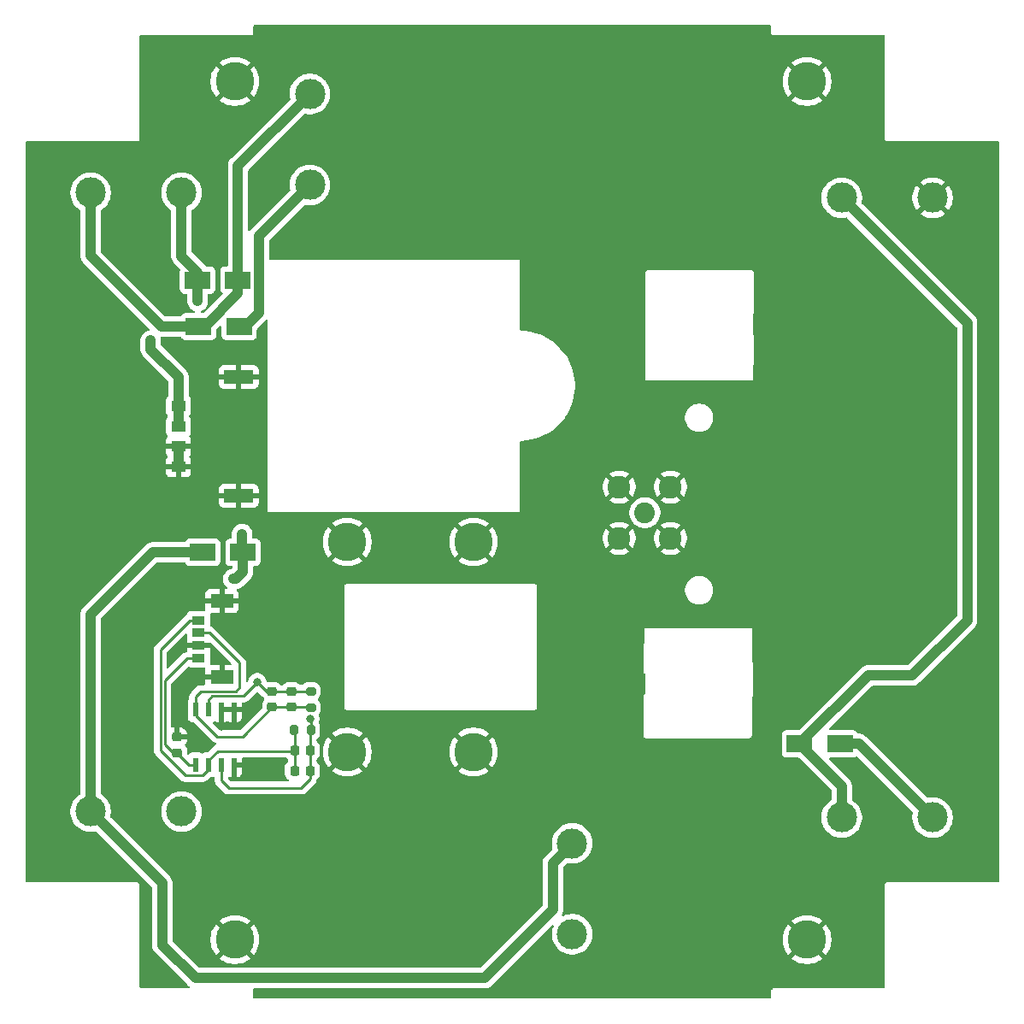
<source format=gbl>
%TF.GenerationSoftware,KiCad,Pcbnew,9.0.1*%
%TF.CreationDate,2025-04-22T22:25:35-07:00*%
%TF.ProjectId,ZPlus_Panel,5a506c75-735f-4506-916e-656c2e6b6963,2.4*%
%TF.SameCoordinates,Original*%
%TF.FileFunction,Copper,L4,Bot*%
%TF.FilePolarity,Positive*%
%FSLAX46Y46*%
G04 Gerber Fmt 4.6, Leading zero omitted, Abs format (unit mm)*
G04 Created by KiCad (PCBNEW 9.0.1) date 2025-04-22 22:25:35*
%MOMM*%
%LPD*%
G01*
G04 APERTURE LIST*
G04 Aperture macros list*
%AMRoundRect*
0 Rectangle with rounded corners*
0 $1 Rounding radius*
0 $2 $3 $4 $5 $6 $7 $8 $9 X,Y pos of 4 corners*
0 Add a 4 corners polygon primitive as box body*
4,1,4,$2,$3,$4,$5,$6,$7,$8,$9,$2,$3,0*
0 Add four circle primitives for the rounded corners*
1,1,$1+$1,$2,$3*
1,1,$1+$1,$4,$5*
1,1,$1+$1,$6,$7*
1,1,$1+$1,$8,$9*
0 Add four rect primitives between the rounded corners*
20,1,$1+$1,$2,$3,$4,$5,0*
20,1,$1+$1,$4,$5,$6,$7,0*
20,1,$1+$1,$6,$7,$8,$9,0*
20,1,$1+$1,$8,$9,$2,$3,0*%
G04 Aperture macros list end*
%TA.AperFunction,ComponentPad*%
%ADD10C,3.000000*%
%TD*%
%TA.AperFunction,ComponentPad*%
%ADD11C,2.600000*%
%TD*%
%TA.AperFunction,ConnectorPad*%
%ADD12C,3.800000*%
%TD*%
%TA.AperFunction,SMDPad,CuDef*%
%ADD13R,2.500000X1.700000*%
%TD*%
%TA.AperFunction,SMDPad,CuDef*%
%ADD14RoundRect,0.225000X-0.250000X0.225000X-0.250000X-0.225000X0.250000X-0.225000X0.250000X0.225000X0*%
%TD*%
%TA.AperFunction,SMDPad,CuDef*%
%ADD15R,0.533400X1.460500*%
%TD*%
%TA.AperFunction,SMDPad,CuDef*%
%ADD16RoundRect,0.225000X0.225000X0.250000X-0.225000X0.250000X-0.225000X-0.250000X0.225000X-0.250000X0*%
%TD*%
%TA.AperFunction,SMDPad,CuDef*%
%ADD17RoundRect,0.225000X0.250000X-0.225000X0.250000X0.225000X-0.250000X0.225000X-0.250000X-0.225000X0*%
%TD*%
%TA.AperFunction,SMDPad,CuDef*%
%ADD18RoundRect,0.200000X0.200000X0.275000X-0.200000X0.275000X-0.200000X-0.275000X0.200000X-0.275000X0*%
%TD*%
%TA.AperFunction,SMDPad,CuDef*%
%ADD19R,1.295400X0.838200*%
%TD*%
%TA.AperFunction,SMDPad,CuDef*%
%ADD20R,2.260600X1.397000*%
%TD*%
%TA.AperFunction,SMDPad,CuDef*%
%ADD21R,1.450000X1.100000*%
%TD*%
%TA.AperFunction,SMDPad,CuDef*%
%ADD22R,2.899999X1.350000*%
%TD*%
%TA.AperFunction,SMDPad,CuDef*%
%ADD23RoundRect,0.200000X-0.275000X0.200000X-0.275000X-0.200000X0.275000X-0.200000X0.275000X0.200000X0*%
%TD*%
%TA.AperFunction,ComponentPad*%
%ADD24C,2.050000*%
%TD*%
%TA.AperFunction,ComponentPad*%
%ADD25C,2.250000*%
%TD*%
%TA.AperFunction,ViaPad*%
%ADD26C,0.800000*%
%TD*%
%TA.AperFunction,Conductor*%
%ADD27C,0.342400*%
%TD*%
%TA.AperFunction,Conductor*%
%ADD28C,1.000000*%
%TD*%
%TA.AperFunction,Conductor*%
%ADD29C,0.250000*%
%TD*%
G04 APERTURE END LIST*
D10*
%TO.P,SC2,1,+*%
%TO.N,Net-(D1-A)*%
X106738000Y-56893200D03*
%TO.P,SC2,2,-*%
%TO.N,Net-(D2-A)*%
X115738000Y-56893200D03*
%TD*%
D11*
%TO.P,H2,1,1*%
%TO.N,GND*%
X121026001Y-45885830D03*
D12*
X121026001Y-45885830D03*
%TD*%
D10*
%TO.P,SC4,1,+*%
%TO.N,Net-(D3-A)*%
X154438000Y-121350000D03*
%TO.P,SC4,2,-*%
%TO.N,Net-(D4-A)*%
X154438000Y-130350000D03*
%TD*%
D11*
%TO.P,H4,1,1*%
%TO.N,GND*%
X132163000Y-112293200D03*
D12*
X132163000Y-112293200D03*
%TD*%
D11*
%TO.P,H8,1,1*%
%TO.N,GND*%
X144663000Y-112293200D03*
D12*
X144663000Y-112293200D03*
%TD*%
D11*
%TO.P,H7,1,1*%
%TO.N,GND*%
X144663000Y-91493200D03*
D12*
X144663000Y-91493200D03*
%TD*%
D11*
%TO.P,H5,1,1*%
%TO.N,GND*%
X177700001Y-45885830D03*
D12*
X177700001Y-45885830D03*
%TD*%
D10*
%TO.P,SC1,1,+*%
%TO.N,Net-(D0-A)*%
X128463000Y-56118200D03*
%TO.P,SC1,2,-*%
%TO.N,Net-(D1-A)*%
X128463000Y-47118200D03*
%TD*%
%TO.P,SC6,1,+*%
%TO.N,Net-(D5-A)*%
X181138000Y-57393200D03*
%TO.P,SC6,2,-*%
%TO.N,GND*%
X190138000Y-57393200D03*
%TD*%
%TO.P,SC3,1,+*%
%TO.N,Net-(D2-A)*%
X115738000Y-118193200D03*
%TO.P,SC3,2,-*%
%TO.N,Net-(D3-A)*%
X106738000Y-118193200D03*
%TD*%
D11*
%TO.P,H6,1,1*%
%TO.N,GND*%
X177700001Y-130885830D03*
D12*
X177700001Y-130885830D03*
%TD*%
D10*
%TO.P,SC5,1,+*%
%TO.N,Net-(D4-A)*%
X190138000Y-118793200D03*
%TO.P,SC5,2,-*%
%TO.N,Net-(D5-A)*%
X181138000Y-118793200D03*
%TD*%
D11*
%TO.P,H1,1,1*%
%TO.N,GND*%
X121026001Y-130885830D03*
D12*
X121026001Y-130885830D03*
%TD*%
D11*
%TO.P,H3,1,1*%
%TO.N,GND*%
X132163000Y-91493200D03*
D12*
X132163000Y-91493200D03*
%TD*%
D13*
%TO.P,D2,1,K*%
%TO.N,Net-(D1-A)*%
X121338000Y-65543200D03*
%TO.P,D2,2,A*%
%TO.N,Net-(D2-A)*%
X117338000Y-65543200D03*
%TD*%
D14*
%TO.P,C1,1*%
%TO.N,/Photodiodes and Op-Amp/IN1-*%
X124713000Y-106318200D03*
%TO.P,C1,2*%
%TO.N,/OUT1*%
X124713000Y-107868200D03*
%TD*%
D15*
%TO.P,U1,1*%
%TO.N,/OUT1*%
X117133000Y-108119050D03*
%TO.P,U1,2,-*%
%TO.N,/Photodiodes and Op-Amp/IN1-*%
X118403000Y-108119050D03*
%TO.P,U1,3,+*%
%TO.N,GND*%
X119673000Y-108119050D03*
%TO.P,U1,4,V-*%
X120943000Y-108119050D03*
%TO.P,U1,5,+*%
X120943000Y-113567350D03*
%TO.P,U1,6,-*%
%TO.N,/Photodiodes and Op-Amp/IN2-*%
X119673000Y-113567350D03*
%TO.P,U1,7*%
%TO.N,/OUT2*%
X118403000Y-113567350D03*
%TO.P,U1,8,V+*%
%TO.N,/3V3*%
X117133000Y-113567350D03*
%TD*%
D13*
%TO.P,D3,1,K*%
%TO.N,Net-(D2-A)*%
X121838000Y-92518200D03*
%TO.P,D3,2,A*%
%TO.N,Net-(D3-A)*%
X117838000Y-92518200D03*
%TD*%
D16*
%TO.P,C3,1*%
%TO.N,/Photodiodes and Op-Amp/IN2-*%
X128488000Y-114155700D03*
%TO.P,C3,2*%
%TO.N,/OUT2*%
X126938000Y-114155700D03*
%TD*%
D17*
%TO.P,C5,1*%
%TO.N,/3V3*%
X115288000Y-112368200D03*
%TO.P,C5,2*%
%TO.N,GND*%
X115288000Y-110818200D03*
%TD*%
D18*
%TO.P,R2,1*%
%TO.N,/Photodiodes and Op-Amp/IN2-*%
X128538000Y-110105700D03*
%TO.P,R2,2*%
%TO.N,/OUT2*%
X126888000Y-110105700D03*
%TD*%
D19*
%TO.P,J2,1,Pin_1*%
%TO.N,/OUT2*%
X117438000Y-99243200D03*
%TO.P,J2,2,Pin_2*%
%TO.N,/OUT1*%
X117438000Y-100493200D03*
%TO.P,J2,3,Pin_3*%
%TO.N,GND*%
X117438000Y-101743200D03*
%TO.P,J2,4,Pin_4*%
%TO.N,/3V3*%
X117438000Y-102993200D03*
D20*
%TO.P,J2,MP,MountPin*%
%TO.N,GND*%
X119732890Y-104893201D03*
X119732890Y-97343199D03*
%TD*%
D13*
%TO.P,D1,1,K*%
%TO.N,Net-(D0-A)*%
X121438000Y-70143200D03*
%TO.P,D1,2,A*%
%TO.N,Net-(D1-A)*%
X117438000Y-70143200D03*
%TD*%
D16*
%TO.P,C4,1*%
%TO.N,/Photodiodes and Op-Amp/IN2-*%
X128488000Y-112130700D03*
%TO.P,C4,2*%
%TO.N,/OUT2*%
X126938000Y-112130700D03*
%TD*%
D14*
%TO.P,C2,1*%
%TO.N,/Photodiodes and Op-Amp/IN1-*%
X126638000Y-106318200D03*
%TO.P,C2,2*%
%TO.N,/OUT1*%
X126638000Y-107868200D03*
%TD*%
D13*
%TO.P,D5,1,K*%
%TO.N,Net-(D4-A)*%
X180963000Y-111493200D03*
%TO.P,D5,2,A*%
%TO.N,Net-(D5-A)*%
X176963000Y-111493200D03*
%TD*%
D21*
%TO.P,J4,1,Pin_1*%
%TO.N,VSOLAR*%
X115438001Y-78028550D03*
%TO.P,J4,2,Pin_2*%
X115438001Y-80028551D03*
%TO.P,J4,3,Pin_3*%
%TO.N,GND*%
X115438001Y-82028550D03*
%TO.P,J4,4,Pin_4*%
X115438001Y-84028551D03*
D22*
%TO.P,J4,MP,MountPin*%
X121413000Y-86923549D03*
X121413000Y-75133552D03*
%TD*%
D23*
%TO.P,R1,1*%
%TO.N,/Photodiodes and Op-Amp/IN1-*%
X128538000Y-106268200D03*
%TO.P,R1,2*%
%TO.N,/OUT1*%
X128538000Y-107918200D03*
%TD*%
D24*
%TO.P,J1,1,In*%
%TO.N,Net-(J1-In)*%
X161638000Y-88593200D03*
D25*
%TO.P,J1,2,Ext*%
%TO.N,GND*%
X159098000Y-91133200D03*
X164178000Y-91133200D03*
X159098000Y-86053200D03*
X164178000Y-86053200D03*
%TD*%
D26*
%TO.N,GND*%
X159563000Y-107668200D03*
X172313000Y-87693200D03*
X167038000Y-91993200D03*
X158838000Y-79193200D03*
X167038000Y-87193200D03*
X159038000Y-68993200D03*
X159563000Y-99668200D03*
X196038000Y-86218200D03*
X157938000Y-105218200D03*
X167038000Y-85393200D03*
X173390000Y-109609200D03*
X173390000Y-111609200D03*
X119688000Y-109743200D03*
X160838000Y-100793200D03*
X173390000Y-70049200D03*
X157938000Y-103218200D03*
X160838000Y-104793200D03*
X160638000Y-70593200D03*
X173390000Y-68049200D03*
X157938000Y-107218200D03*
X173390000Y-107609200D03*
X159038000Y-70993200D03*
X117088000Y-110943200D03*
X167038000Y-90193200D03*
X173390000Y-103609200D03*
X159563000Y-111668200D03*
X157688000Y-68093200D03*
X160638000Y-66593200D03*
X159038000Y-64993200D03*
X157938000Y-111218200D03*
X173738000Y-85693200D03*
X160638000Y-64993200D03*
X160838000Y-110193200D03*
X172313000Y-85693200D03*
X173738000Y-91693200D03*
X157938000Y-101218200D03*
X157513000Y-81668200D03*
X160638000Y-63593200D03*
X158838000Y-81193200D03*
X158838000Y-97793200D03*
X157688000Y-76093200D03*
X157688000Y-70093200D03*
X158838000Y-83593200D03*
X159563000Y-109668200D03*
X157938000Y-99218200D03*
X157763000Y-97293200D03*
X115738000Y-101793200D03*
X122338000Y-114643200D03*
X164912000Y-83669200D03*
X173390000Y-74049200D03*
X160838000Y-102793200D03*
X144513000Y-43168200D03*
X172313000Y-83693200D03*
X147713000Y-130343200D03*
X158838000Y-93793200D03*
X173390000Y-105609200D03*
X160638000Y-72593200D03*
X173390000Y-72049200D03*
X153888000Y-50243200D03*
X102313000Y-123868200D03*
X158838000Y-75193200D03*
X172313000Y-89693200D03*
X160838000Y-111993200D03*
X158838000Y-73193200D03*
X157513000Y-83668200D03*
X157613000Y-77993200D03*
X172313000Y-91693200D03*
X158838000Y-95793200D03*
X159038000Y-66993200D03*
X157763000Y-95293200D03*
X157613000Y-79993200D03*
X119338000Y-102893200D03*
X160838000Y-106793200D03*
X173390000Y-101609200D03*
X159563000Y-105668200D03*
X121338000Y-125293200D03*
X162912000Y-83669200D03*
X159038000Y-63593200D03*
X157938000Y-109218200D03*
X157688000Y-72093200D03*
X172763000Y-136093200D03*
X159738000Y-131843200D03*
X173390000Y-64049200D03*
X157688000Y-74093200D03*
X160838000Y-108793200D03*
X173390000Y-66049200D03*
X122938000Y-113818200D03*
X159563000Y-101668200D03*
X159563000Y-103668200D03*
X122488000Y-108043200D03*
X115638000Y-109293200D03*
X173738000Y-87693200D03*
X173738000Y-83693200D03*
X173738000Y-89693200D03*
X155038000Y-126543200D03*
X160638000Y-68593200D03*
X157363000Y-93843200D03*
X160912000Y-83669200D03*
X166912000Y-83669200D03*
X158838000Y-77193200D03*
X160638000Y-74593200D03*
%TO.N,VSOLAR*%
X112688000Y-71543200D03*
%TO.N,Net-(D2-A)*%
X120863000Y-95143200D03*
X121738000Y-90693200D03*
X117338000Y-67643200D03*
%TO.N,/Photodiodes and Op-Amp/IN1-*%
X123238000Y-105393200D03*
%TO.N,/Photodiodes and Op-Amp/IN2-*%
X128488000Y-108993200D03*
%TD*%
D27*
%TO.N,GND*%
X120943000Y-108119050D02*
X119673000Y-108119050D01*
X119688000Y-109743200D02*
X119688000Y-109693200D01*
X122687150Y-113567350D02*
X122938000Y-113818200D01*
D28*
X115438001Y-84028551D02*
X115438001Y-82028550D01*
D27*
X119673000Y-109678200D02*
X119673000Y-108119050D01*
X119688000Y-109693200D02*
X119673000Y-109678200D01*
X120943000Y-113567350D02*
X122687150Y-113567350D01*
D28*
%TO.N,VSOLAR*%
X112688000Y-71543200D02*
X112688000Y-72418200D01*
X112688000Y-72418200D02*
X115438001Y-75168201D01*
X115438001Y-78028550D02*
X115438001Y-80028551D01*
X115438001Y-75168201D02*
X115438001Y-78028550D01*
%TO.N,Net-(D1-A)*%
X121338000Y-54243200D02*
X128463000Y-47118200D01*
X106738000Y-63143200D02*
X113738000Y-70143200D01*
X121338000Y-66843200D02*
X121338000Y-65543200D01*
X118038000Y-70143200D02*
X121338000Y-66843200D01*
X121338000Y-65543200D02*
X121338000Y-54243200D01*
X113738000Y-70143200D02*
X117438000Y-70143200D01*
X117438000Y-70143200D02*
X118038000Y-70143200D01*
X106738000Y-56893200D02*
X106738000Y-63143200D01*
%TO.N,Net-(D2-A)*%
X115738000Y-56893200D02*
X116038000Y-56893200D01*
X116038000Y-56893200D02*
X116163000Y-56768200D01*
X121838000Y-92518200D02*
X121838000Y-94418200D01*
X117338000Y-67643200D02*
X117338000Y-65543200D01*
X121738000Y-92418200D02*
X121838000Y-92518200D01*
X117338000Y-65543200D02*
X117338000Y-64793200D01*
X121738000Y-90693200D02*
X121738000Y-92418200D01*
X121113000Y-95143200D02*
X120863000Y-95143200D01*
X121838000Y-94418200D02*
X121113000Y-95143200D01*
X115738000Y-63193200D02*
X115738000Y-56893200D01*
X117338000Y-64793200D02*
X115738000Y-63193200D01*
%TO.N,Net-(D3-A)*%
X154438000Y-121412000D02*
X154438000Y-121393200D01*
X145763000Y-134693200D02*
X152530000Y-127926200D01*
X113838000Y-125293200D02*
X113838000Y-131418200D01*
X117113000Y-134693200D02*
X145763000Y-134693200D01*
X112888000Y-92518200D02*
X106738000Y-98668200D01*
X117838000Y-92518200D02*
X112888000Y-92518200D01*
X152530000Y-127926200D02*
X152530000Y-123320000D01*
X152530000Y-123320000D02*
X154438000Y-121412000D01*
X106738000Y-98668200D02*
X106738000Y-118193200D01*
X113838000Y-131418200D02*
X117113000Y-134693200D01*
X106738000Y-118193200D02*
X113838000Y-125293200D01*
%TO.N,Net-(D4-A)*%
X182838000Y-111493200D02*
X190138000Y-118793200D01*
X180963000Y-111493200D02*
X182838000Y-111493200D01*
%TO.N,Net-(D5-A)*%
X181138000Y-115668200D02*
X176963000Y-111493200D01*
X181138000Y-57393200D02*
X193563000Y-69818200D01*
X193563000Y-69818200D02*
X193563000Y-99243200D01*
X193563000Y-99243200D02*
X188088000Y-104718200D01*
X181138000Y-118793200D02*
X181138000Y-115668200D01*
X188088000Y-104718200D02*
X183738000Y-104718200D01*
X183738000Y-104718200D02*
X176963000Y-111493200D01*
%TO.N,Net-(D0-A)*%
X128463000Y-56118200D02*
X123388000Y-61193200D01*
X123388000Y-68793200D02*
X122113000Y-70068200D01*
X123388000Y-61193200D02*
X123388000Y-68793200D01*
D29*
%TO.N,/OUT1*%
X117133000Y-106848200D02*
X117133000Y-108119050D01*
X121497190Y-105895610D02*
X121088000Y-106304800D01*
X117133000Y-108650497D02*
X117133000Y-108119050D01*
X121804000Y-110777200D02*
X119259703Y-110777200D01*
X121088000Y-106304800D02*
X117676400Y-106304800D01*
X117438000Y-100493200D02*
X118522800Y-100493200D01*
X118522800Y-100493200D02*
X121497190Y-103467590D01*
X126638000Y-107868200D02*
X128488000Y-107868200D01*
X128488000Y-107868200D02*
X128538000Y-107918200D01*
X117676400Y-106304800D02*
X117133000Y-106848200D01*
X119259703Y-110777200D02*
X117133000Y-108650497D01*
X124713000Y-107868200D02*
X121804000Y-110777200D01*
X121497190Y-103467590D02*
X121497190Y-105895610D01*
X124713000Y-107868200D02*
X126638000Y-107868200D01*
%TO.N,/Photodiodes and Op-Amp/IN1-*%
X124713000Y-106318200D02*
X124163000Y-106318200D01*
X126688000Y-106268200D02*
X126638000Y-106318200D01*
X121876400Y-106754800D02*
X118772300Y-106754800D01*
X123238000Y-105393200D02*
X121876400Y-106754800D01*
X128538000Y-106268200D02*
X126688000Y-106268200D01*
X124163000Y-106318200D02*
X123238000Y-105393200D01*
X126638000Y-106318200D02*
X124713000Y-106318200D01*
X118403000Y-107124100D02*
X118403000Y-108119050D01*
X118772300Y-106754800D02*
X118403000Y-107124100D01*
%TO.N,/OUT2*%
X126788000Y-110005700D02*
X126888000Y-110105700D01*
X126938000Y-112130700D02*
X126938000Y-114155700D01*
X118403000Y-114030900D02*
X118403000Y-113567350D01*
X113638000Y-112143200D02*
X116118400Y-114623600D01*
X126588000Y-113805700D02*
X126938000Y-114155700D01*
X113638000Y-102145500D02*
X113638000Y-112143200D01*
X119313600Y-112193200D02*
X126613000Y-112193200D01*
X126938000Y-112130700D02*
X126938000Y-110155700D01*
X116540300Y-99243200D02*
X113638000Y-102145500D01*
X118403000Y-113567350D02*
X118403000Y-113103800D01*
X117810300Y-114623600D02*
X118403000Y-114030900D01*
X126938000Y-110155700D02*
X126888000Y-110105700D01*
X117438000Y-99243200D02*
X116540300Y-99243200D01*
X118403000Y-113103800D02*
X119313600Y-112193200D01*
X116118400Y-114623600D02*
X117810300Y-114623600D01*
%TO.N,/Photodiodes and Op-Amp/IN2-*%
X127563000Y-115868200D02*
X128488000Y-114943200D01*
X128513000Y-110080700D02*
X128538000Y-110105700D01*
X128538000Y-109043200D02*
X128488000Y-108993200D01*
X120413000Y-115868200D02*
X127563000Y-115868200D01*
X128488000Y-110155700D02*
X128538000Y-110105700D01*
X128488000Y-112130700D02*
X128488000Y-114155700D01*
X128488000Y-114943200D02*
X128488000Y-112955700D01*
X119673000Y-115128200D02*
X120413000Y-115868200D01*
X119673000Y-113567350D02*
X119673000Y-115128200D01*
X128488000Y-112130700D02*
X128488000Y-110155700D01*
X128538000Y-110105700D02*
X128538000Y-109043200D01*
%TO.N,/3V3*%
X114088000Y-105243200D02*
X114088000Y-111533490D01*
X116313000Y-103018200D02*
X114088000Y-105243200D01*
X114088000Y-111533490D02*
X114922710Y-112368200D01*
X116487150Y-113567350D02*
X117133000Y-113567350D01*
X114922710Y-112368200D02*
X115288000Y-112368200D01*
X117488000Y-103018200D02*
X116313000Y-103018200D01*
X115288000Y-112368200D02*
X116487150Y-113567350D01*
%TD*%
%TA.AperFunction,Conductor*%
%TO.N,GND*%
G36*
X126139292Y-112846085D02*
G01*
X126151403Y-112856429D01*
X126254955Y-112959981D01*
X126254957Y-112959982D01*
X126254960Y-112959985D01*
X126256282Y-112960800D01*
X126256876Y-112961500D01*
X126259594Y-112963649D01*
X126259163Y-112964193D01*
X126269097Y-112975892D01*
X126285115Y-112987530D01*
X126288918Y-112999234D01*
X126296884Y-113008616D01*
X126304500Y-113047190D01*
X126304500Y-113178972D01*
X126285115Y-113238632D01*
X126259391Y-113263366D01*
X126184168Y-113313628D01*
X126184163Y-113313632D01*
X126095932Y-113401863D01*
X126095925Y-113401872D01*
X126026602Y-113505621D01*
X126026597Y-113505630D01*
X125978847Y-113620907D01*
X125978845Y-113620913D01*
X125954500Y-113743305D01*
X125954500Y-113868094D01*
X125977550Y-113983974D01*
X125979500Y-114003776D01*
X125979500Y-114454575D01*
X125989763Y-114555032D01*
X125989764Y-114555037D01*
X126043697Y-114717800D01*
X126043698Y-114717803D01*
X126133708Y-114863731D01*
X126133713Y-114863737D01*
X126133715Y-114863740D01*
X126254960Y-114984985D01*
X126254963Y-114984986D01*
X126254968Y-114984991D01*
X126355195Y-115046812D01*
X126395796Y-115094631D01*
X126400536Y-115157182D01*
X126367604Y-115210573D01*
X126309579Y-115234410D01*
X126301910Y-115234700D01*
X120717446Y-115234700D01*
X120657786Y-115215315D01*
X120645675Y-115204971D01*
X120374967Y-114934263D01*
X120346488Y-114878370D01*
X120356301Y-114816412D01*
X120400658Y-114772055D01*
X120462616Y-114762242D01*
X120482209Y-114767392D01*
X120567208Y-114799095D01*
X120567210Y-114799096D01*
X120627692Y-114805598D01*
X120627720Y-114805600D01*
X120689000Y-114805600D01*
X121197000Y-114805600D01*
X121258280Y-114805600D01*
X121258307Y-114805598D01*
X121318789Y-114799096D01*
X121318791Y-114799095D01*
X121455659Y-114748046D01*
X121455661Y-114748045D01*
X121572603Y-114660503D01*
X121660145Y-114543561D01*
X121660146Y-114543559D01*
X121711195Y-114406691D01*
X121711196Y-114406689D01*
X121717698Y-114346207D01*
X121717700Y-114346180D01*
X121717700Y-113821350D01*
X121197000Y-113821350D01*
X121197000Y-114805600D01*
X120689000Y-114805600D01*
X120689000Y-113668850D01*
X120708385Y-113609190D01*
X120759135Y-113572318D01*
X120790500Y-113567350D01*
X120943000Y-113567350D01*
X120943000Y-113414850D01*
X120962385Y-113355190D01*
X121013135Y-113318318D01*
X121044500Y-113313350D01*
X121717700Y-113313350D01*
X121717700Y-112928200D01*
X121737085Y-112868540D01*
X121787835Y-112831668D01*
X121819200Y-112826700D01*
X126079632Y-112826700D01*
X126139292Y-112846085D01*
G37*
%TD.AperFunction*%
%TA.AperFunction,Conductor*%
G36*
X116226380Y-100552209D02*
G01*
X116270737Y-100596566D01*
X116281800Y-100642646D01*
X116281800Y-100960938D01*
X116288311Y-101021501D01*
X116311414Y-101083447D01*
X116314099Y-101146120D01*
X116311414Y-101154383D01*
X116288804Y-101215005D01*
X116288803Y-101215010D01*
X116282301Y-101275492D01*
X116282300Y-101275519D01*
X116282300Y-101489200D01*
X118580854Y-101489200D01*
X118640514Y-101508585D01*
X118652625Y-101518929D01*
X120647126Y-103513430D01*
X120675605Y-103569323D01*
X120665792Y-103631281D01*
X120621435Y-103675638D01*
X120575355Y-103686701D01*
X119986890Y-103686701D01*
X119986890Y-104791701D01*
X119967505Y-104851361D01*
X119916755Y-104888233D01*
X119885390Y-104893201D01*
X119732890Y-104893201D01*
X119732890Y-105045701D01*
X119713505Y-105105361D01*
X119662755Y-105142233D01*
X119631390Y-105147201D01*
X118094590Y-105147201D01*
X118094590Y-105569800D01*
X118075205Y-105629460D01*
X118024455Y-105666332D01*
X117993090Y-105671300D01*
X117614005Y-105671300D01*
X117491613Y-105695645D01*
X117491611Y-105695646D01*
X117464686Y-105706799D01*
X117376325Y-105743398D01*
X117272564Y-105812729D01*
X117272561Y-105812732D01*
X116729167Y-106356129D01*
X116640932Y-106444363D01*
X116640925Y-106444372D01*
X116571602Y-106548121D01*
X116571597Y-106548130D01*
X116523847Y-106663407D01*
X116523845Y-106663413D01*
X116499500Y-106785805D01*
X116499500Y-106996483D01*
X116480115Y-107056143D01*
X116479255Y-107057309D01*
X116415411Y-107142595D01*
X116415410Y-107142596D01*
X116364312Y-107279595D01*
X116364311Y-107279599D01*
X116357800Y-107340162D01*
X116357800Y-108897938D01*
X116364311Y-108958501D01*
X116415411Y-109095504D01*
X116503039Y-109212561D01*
X116620096Y-109300189D01*
X116757099Y-109351289D01*
X116817662Y-109357800D01*
X116902357Y-109357800D01*
X116962017Y-109377185D01*
X116974128Y-109387529D01*
X118855870Y-111269271D01*
X118959628Y-111338600D01*
X118959633Y-111338602D01*
X119074910Y-111386352D01*
X119074911Y-111386352D01*
X119074918Y-111386355D01*
X119105586Y-111392455D01*
X119160319Y-111423106D01*
X119186581Y-111480075D01*
X119174344Y-111541600D01*
X119128279Y-111584181D01*
X119124629Y-111585778D01*
X119013527Y-111631799D01*
X119013521Y-111631802D01*
X118909772Y-111701125D01*
X118909763Y-111701132D01*
X118312025Y-112298871D01*
X118256132Y-112327350D01*
X118240254Y-112328600D01*
X118087661Y-112328600D01*
X118027099Y-112335111D01*
X118027095Y-112335112D01*
X117890098Y-112386209D01*
X117828826Y-112432077D01*
X117769448Y-112452311D01*
X117709517Y-112433779D01*
X117707174Y-112432077D01*
X117645901Y-112386209D01*
X117508904Y-112335112D01*
X117508903Y-112335111D01*
X117508901Y-112335111D01*
X117448338Y-112328600D01*
X116817662Y-112328600D01*
X116817661Y-112328600D01*
X116757099Y-112335111D01*
X116757095Y-112335112D01*
X116620098Y-112386210D01*
X116620097Y-112386210D01*
X116620096Y-112386211D01*
X116562173Y-112429572D01*
X116503037Y-112473840D01*
X116481834Y-112502164D01*
X116462975Y-112515457D01*
X116446661Y-112531772D01*
X116437852Y-112533167D01*
X116430562Y-112538306D01*
X116407489Y-112537976D01*
X116384703Y-112541585D01*
X116376757Y-112537536D01*
X116367838Y-112537409D01*
X116328810Y-112513106D01*
X116301229Y-112485525D01*
X116272750Y-112429632D01*
X116271500Y-112413754D01*
X116271500Y-112094324D01*
X116261236Y-111993867D01*
X116261236Y-111993864D01*
X116207302Y-111831099D01*
X116207301Y-111831096D01*
X116117291Y-111685168D01*
X116117286Y-111685163D01*
X116117285Y-111685160D01*
X116096743Y-111664618D01*
X116068264Y-111608725D01*
X116078077Y-111546767D01*
X116096744Y-111521074D01*
X116116893Y-111500925D01*
X116206845Y-111355090D01*
X116206846Y-111355087D01*
X116260743Y-111192436D01*
X116260744Y-111192432D01*
X116271000Y-111092047D01*
X116271000Y-111072200D01*
X115389500Y-111072200D01*
X115329840Y-111052815D01*
X115292968Y-111002065D01*
X115288000Y-110970700D01*
X115288000Y-110818200D01*
X115135500Y-110818200D01*
X115075840Y-110798815D01*
X115038968Y-110748065D01*
X115034000Y-110716700D01*
X115034000Y-110564200D01*
X115542000Y-110564200D01*
X116271000Y-110564200D01*
X116271000Y-110544352D01*
X116260744Y-110443967D01*
X116260743Y-110443963D01*
X116206846Y-110281312D01*
X116206845Y-110281309D01*
X116116892Y-110135473D01*
X116116889Y-110135469D01*
X115995730Y-110014310D01*
X115995726Y-110014307D01*
X115849890Y-109924354D01*
X115849887Y-109924353D01*
X115687236Y-109870456D01*
X115687232Y-109870455D01*
X115586847Y-109860200D01*
X115542000Y-109860200D01*
X115542000Y-110564200D01*
X115034000Y-110564200D01*
X115034000Y-109860200D01*
X114989153Y-109860200D01*
X114888767Y-109870455D01*
X114888763Y-109870456D01*
X114854926Y-109881669D01*
X114792197Y-109882034D01*
X114741233Y-109845458D01*
X114721502Y-109785912D01*
X114721500Y-109785321D01*
X114721500Y-105547645D01*
X114740885Y-105487985D01*
X114751223Y-105475880D01*
X116378863Y-103848239D01*
X116434754Y-103819762D01*
X116496712Y-103829575D01*
X116511454Y-103838753D01*
X116544096Y-103863189D01*
X116544097Y-103863189D01*
X116544098Y-103863190D01*
X116589763Y-103880222D01*
X116681099Y-103914289D01*
X116741662Y-103920800D01*
X116741672Y-103920800D01*
X118016377Y-103920800D01*
X118076037Y-103940185D01*
X118112909Y-103990935D01*
X118112909Y-104053665D01*
X118111478Y-104057769D01*
X118101094Y-104085610D01*
X118101093Y-104085611D01*
X118094591Y-104146093D01*
X118094590Y-104146120D01*
X118094590Y-104639201D01*
X119478890Y-104639201D01*
X119478890Y-103686701D01*
X118672260Y-103686701D01*
X118612600Y-103667316D01*
X118575728Y-103616566D01*
X118575728Y-103553836D01*
X118577160Y-103549730D01*
X118587689Y-103521501D01*
X118594200Y-103460938D01*
X118594200Y-102525462D01*
X118587689Y-102464899D01*
X118580172Y-102444747D01*
X118564585Y-102402954D01*
X118561898Y-102340282D01*
X118564585Y-102332013D01*
X118587193Y-102271397D01*
X118587196Y-102271386D01*
X118593698Y-102210907D01*
X118593700Y-102210880D01*
X118593700Y-101997200D01*
X116282300Y-101997200D01*
X116282300Y-102210880D01*
X116282301Y-102210907D01*
X116289483Y-102277707D01*
X116287821Y-102277885D01*
X116283325Y-102332507D01*
X116242413Y-102380061D01*
X116209495Y-102392877D01*
X116128212Y-102409045D01*
X116128207Y-102409047D01*
X116012930Y-102456797D01*
X116012921Y-102456802D01*
X115909172Y-102526125D01*
X115909163Y-102526132D01*
X114444771Y-103990525D01*
X114388878Y-104019004D01*
X114326920Y-104009191D01*
X114282563Y-103964834D01*
X114271500Y-103918754D01*
X114271500Y-102449946D01*
X114290885Y-102390286D01*
X114301229Y-102378175D01*
X116108529Y-100570875D01*
X116164422Y-100542396D01*
X116226380Y-100552209D01*
G37*
%TD.AperFunction*%
%TA.AperFunction,Conductor*%
G36*
X123284079Y-106342209D02*
G01*
X123309770Y-106360875D01*
X123759162Y-106810268D01*
X123763023Y-106813437D01*
X123761405Y-106815408D01*
X123789339Y-106850816D01*
X123791202Y-106849948D01*
X123793700Y-106855305D01*
X123883708Y-107001231D01*
X123883713Y-107001237D01*
X123883715Y-107001240D01*
X123883718Y-107001243D01*
X123903904Y-107021429D01*
X123932383Y-107077322D01*
X123922570Y-107139280D01*
X123903904Y-107164971D01*
X123883718Y-107185156D01*
X123883708Y-107185168D01*
X123793698Y-107331096D01*
X123793697Y-107331099D01*
X123739764Y-107493862D01*
X123739763Y-107493867D01*
X123729500Y-107594324D01*
X123729500Y-107913754D01*
X123710115Y-107973414D01*
X123699771Y-107985525D01*
X121571325Y-110113971D01*
X121515432Y-110142450D01*
X121499554Y-110143700D01*
X119564149Y-110143700D01*
X119504489Y-110124315D01*
X119492378Y-110113971D01*
X118854740Y-109476333D01*
X118826261Y-109420440D01*
X118836074Y-109358482D01*
X118873073Y-109318268D01*
X118881615Y-109312978D01*
X118915904Y-109300189D01*
X118981187Y-109251318D01*
X118984978Y-109248971D01*
X119011302Y-109242520D01*
X119036965Y-109233775D01*
X119041400Y-109235146D01*
X119045907Y-109234042D01*
X119070994Y-109244296D01*
X119096896Y-109252305D01*
X119099243Y-109254010D01*
X119160338Y-109299745D01*
X119160340Y-109299746D01*
X119297208Y-109350795D01*
X119297210Y-109350796D01*
X119357692Y-109357298D01*
X119357720Y-109357300D01*
X119419000Y-109357300D01*
X119927000Y-109357300D01*
X119988280Y-109357300D01*
X119988307Y-109357298D01*
X120048789Y-109350796D01*
X120048791Y-109350795D01*
X120185659Y-109299746D01*
X120185661Y-109299745D01*
X120247173Y-109253698D01*
X120306550Y-109233463D01*
X120366481Y-109251994D01*
X120368827Y-109253698D01*
X120430338Y-109299745D01*
X120430340Y-109299746D01*
X120567208Y-109350795D01*
X120567210Y-109350796D01*
X120627692Y-109357298D01*
X120627720Y-109357300D01*
X120689000Y-109357300D01*
X121197000Y-109357300D01*
X121258280Y-109357300D01*
X121258307Y-109357298D01*
X121318789Y-109350796D01*
X121318791Y-109350795D01*
X121455659Y-109299746D01*
X121455661Y-109299745D01*
X121572603Y-109212203D01*
X121660145Y-109095261D01*
X121660146Y-109095259D01*
X121711195Y-108958391D01*
X121711196Y-108958389D01*
X121717698Y-108897907D01*
X121717700Y-108897880D01*
X121717700Y-108373050D01*
X121197000Y-108373050D01*
X121197000Y-109357300D01*
X120689000Y-109357300D01*
X120689000Y-108373050D01*
X119927000Y-108373050D01*
X119927000Y-109357300D01*
X119419000Y-109357300D01*
X119419000Y-108220550D01*
X119438385Y-108160890D01*
X119489135Y-108124018D01*
X119520500Y-108119050D01*
X119673000Y-108119050D01*
X119673000Y-107966550D01*
X119692385Y-107906890D01*
X119743135Y-107870018D01*
X119774500Y-107865050D01*
X121717700Y-107865050D01*
X121717700Y-107489800D01*
X121737085Y-107430140D01*
X121787835Y-107393268D01*
X121819200Y-107388300D01*
X121938794Y-107388300D01*
X122061185Y-107363955D01*
X122176475Y-107316200D01*
X122280233Y-107246871D01*
X123166230Y-106360873D01*
X123222121Y-106332396D01*
X123284079Y-106342209D01*
G37*
%TD.AperFunction*%
%TA.AperFunction,Conductor*%
G36*
X174107660Y-40319885D02*
G01*
X174144532Y-40370635D01*
X174149500Y-40402000D01*
X174149500Y-41039563D01*
X174169976Y-41115981D01*
X174169981Y-41115995D01*
X174202637Y-41172554D01*
X174209540Y-41184511D01*
X174209542Y-41184513D01*
X174209545Y-41184517D01*
X174265482Y-41240454D01*
X174265485Y-41240456D01*
X174265489Y-41240460D01*
X174293771Y-41256789D01*
X174334004Y-41280018D01*
X174334008Y-41280019D01*
X174334011Y-41280021D01*
X174334016Y-41280022D01*
X174334018Y-41280023D01*
X174410436Y-41300500D01*
X174410438Y-41300500D01*
X174489562Y-41300500D01*
X185298000Y-41300500D01*
X185357660Y-41319885D01*
X185394532Y-41370635D01*
X185399500Y-41402000D01*
X185399500Y-51539563D01*
X185419976Y-51615981D01*
X185419981Y-51615995D01*
X185452637Y-51672554D01*
X185459540Y-51684511D01*
X185459542Y-51684513D01*
X185459545Y-51684517D01*
X185515482Y-51740454D01*
X185515485Y-51740456D01*
X185515489Y-51740460D01*
X185543771Y-51756789D01*
X185584004Y-51780018D01*
X185584008Y-51780019D01*
X185584011Y-51780021D01*
X185584016Y-51780022D01*
X185584018Y-51780023D01*
X185660436Y-51800500D01*
X185660438Y-51800500D01*
X196598000Y-51800500D01*
X196657660Y-51819885D01*
X196694532Y-51870635D01*
X196699500Y-51902000D01*
X196699500Y-125098000D01*
X196680115Y-125157660D01*
X196629365Y-125194532D01*
X196598000Y-125199500D01*
X185660436Y-125199500D01*
X185584018Y-125219976D01*
X185584004Y-125219981D01*
X185515492Y-125259538D01*
X185515482Y-125259545D01*
X185459545Y-125315482D01*
X185459538Y-125315492D01*
X185419981Y-125384004D01*
X185419976Y-125384018D01*
X185399500Y-125460436D01*
X185399500Y-135598000D01*
X185380115Y-135657660D01*
X185329365Y-135694532D01*
X185298000Y-135699500D01*
X174410436Y-135699500D01*
X174334018Y-135719976D01*
X174334004Y-135719981D01*
X174265492Y-135759538D01*
X174265482Y-135759545D01*
X174209545Y-135815482D01*
X174209538Y-135815492D01*
X174169981Y-135884004D01*
X174169976Y-135884018D01*
X174149500Y-135960436D01*
X174149500Y-136598000D01*
X174130115Y-136657660D01*
X174079365Y-136694532D01*
X174048000Y-136699500D01*
X122952000Y-136699500D01*
X122892340Y-136680115D01*
X122855468Y-136629365D01*
X122850500Y-136598000D01*
X122850500Y-135960436D01*
X122830023Y-135884018D01*
X122830018Y-135884004D01*
X122812666Y-135853950D01*
X122799623Y-135792591D01*
X122825138Y-135735283D01*
X122879464Y-135703918D01*
X122900567Y-135701700D01*
X145862329Y-135701700D01*
X146057169Y-135662944D01*
X146240704Y-135586921D01*
X146405881Y-135476553D01*
X146546353Y-135336081D01*
X152420505Y-129461928D01*
X152476396Y-129433451D01*
X152538354Y-129443264D01*
X152582711Y-129487621D01*
X152592524Y-129549579D01*
X152586048Y-129572543D01*
X152532009Y-129703003D01*
X152532008Y-129703006D01*
X152463866Y-129957317D01*
X152452086Y-130046797D01*
X152429500Y-130218356D01*
X152429500Y-130481644D01*
X152454047Y-130668098D01*
X152463866Y-130742682D01*
X152532008Y-130996993D01*
X152532009Y-130996996D01*
X152541979Y-131021065D01*
X152632766Y-131240243D01*
X152764410Y-131468257D01*
X152924689Y-131677138D01*
X152924693Y-131677142D01*
X152924694Y-131677144D01*
X153110855Y-131863305D01*
X153110857Y-131863306D01*
X153110862Y-131863311D01*
X153319743Y-132023590D01*
X153547757Y-132155234D01*
X153791003Y-132255990D01*
X153791006Y-132255991D01*
X153844748Y-132270391D01*
X154045316Y-132324133D01*
X154045317Y-132324133D01*
X154045320Y-132324134D01*
X154306356Y-132358500D01*
X154306361Y-132358500D01*
X154569639Y-132358500D01*
X154569644Y-132358500D01*
X154830680Y-132324134D01*
X155084997Y-132255990D01*
X155328243Y-132155234D01*
X155556257Y-132023590D01*
X155765138Y-131863311D01*
X155951311Y-131677138D01*
X156111590Y-131468257D01*
X156243234Y-131240243D01*
X156343990Y-130996997D01*
X156410013Y-130750594D01*
X175292001Y-130750594D01*
X175292001Y-131021065D01*
X175322283Y-131289823D01*
X175382465Y-131553495D01*
X175382471Y-131553518D01*
X175471790Y-131808776D01*
X175471795Y-131808786D01*
X175589138Y-132052454D01*
X175589147Y-132052469D01*
X175733030Y-132281458D01*
X175733035Y-132281464D01*
X175827145Y-132399475D01*
X176761329Y-131465290D01*
X176860968Y-131602432D01*
X176983399Y-131724863D01*
X177120539Y-131824500D01*
X176186354Y-132758684D01*
X176304366Y-132852795D01*
X176304372Y-132852800D01*
X176533361Y-132996683D01*
X176533376Y-132996692D01*
X176777044Y-133114035D01*
X176777054Y-133114040D01*
X177032312Y-133203359D01*
X177032335Y-133203365D01*
X177296008Y-133263547D01*
X177296006Y-133263547D01*
X177564765Y-133293829D01*
X177564774Y-133293830D01*
X177835228Y-133293830D01*
X177835236Y-133293829D01*
X178103994Y-133263547D01*
X178367666Y-133203365D01*
X178367689Y-133203359D01*
X178622947Y-133114040D01*
X178622957Y-133114035D01*
X178866625Y-132996692D01*
X178866640Y-132996683D01*
X179095629Y-132852800D01*
X179095635Y-132852795D01*
X179213646Y-132758684D01*
X178279462Y-131824500D01*
X178416603Y-131724863D01*
X178539034Y-131602432D01*
X178638671Y-131465291D01*
X179572855Y-132399475D01*
X179666966Y-132281464D01*
X179666971Y-132281458D01*
X179810854Y-132052469D01*
X179810863Y-132052454D01*
X179928206Y-131808786D01*
X179928211Y-131808776D01*
X180017530Y-131553518D01*
X180017536Y-131553495D01*
X180077718Y-131289823D01*
X180108000Y-131021065D01*
X180108001Y-131021057D01*
X180108001Y-130750602D01*
X180108000Y-130750594D01*
X180077718Y-130481836D01*
X180017536Y-130218164D01*
X180017530Y-130218141D01*
X179928211Y-129962883D01*
X179928206Y-129962873D01*
X179810863Y-129719205D01*
X179810854Y-129719190D01*
X179666971Y-129490201D01*
X179666966Y-129490195D01*
X179572855Y-129372183D01*
X178638670Y-130306367D01*
X178539034Y-130169228D01*
X178416603Y-130046797D01*
X178279462Y-129947159D01*
X179213646Y-129012974D01*
X179095635Y-128918864D01*
X179095629Y-128918859D01*
X178866640Y-128774976D01*
X178866625Y-128774967D01*
X178622957Y-128657624D01*
X178622947Y-128657619D01*
X178367689Y-128568300D01*
X178367666Y-128568294D01*
X178103993Y-128508112D01*
X178103995Y-128508112D01*
X177835236Y-128477830D01*
X177564765Y-128477830D01*
X177296007Y-128508112D01*
X177032335Y-128568294D01*
X177032312Y-128568300D01*
X176777054Y-128657619D01*
X176777044Y-128657624D01*
X176533376Y-128774967D01*
X176533369Y-128774971D01*
X176304362Y-128918867D01*
X176304359Y-128918869D01*
X176186354Y-129012974D01*
X177120539Y-129947159D01*
X176983399Y-130046797D01*
X176860968Y-130169228D01*
X176761330Y-130306368D01*
X175827145Y-129372183D01*
X175733040Y-129490188D01*
X175733038Y-129490191D01*
X175589142Y-129719198D01*
X175589138Y-129719205D01*
X175471795Y-129962873D01*
X175471790Y-129962883D01*
X175382471Y-130218141D01*
X175382465Y-130218164D01*
X175322283Y-130481836D01*
X175292001Y-130750594D01*
X156410013Y-130750594D01*
X156412134Y-130742680D01*
X156446500Y-130481644D01*
X156446500Y-130218356D01*
X156412134Y-129957320D01*
X156348331Y-129719205D01*
X156343991Y-129703006D01*
X156343990Y-129703003D01*
X156243234Y-129459757D01*
X156111590Y-129231743D01*
X155951311Y-129022862D01*
X155951306Y-129022857D01*
X155951305Y-129022855D01*
X155765144Y-128836694D01*
X155765142Y-128836693D01*
X155765138Y-128836689D01*
X155556257Y-128676410D01*
X155328243Y-128544766D01*
X155328241Y-128544765D01*
X155084996Y-128444009D01*
X155084993Y-128444008D01*
X154830680Y-128375866D01*
X154830684Y-128375866D01*
X154714664Y-128360592D01*
X154569644Y-128341500D01*
X154306356Y-128341500D01*
X154143208Y-128362978D01*
X154045317Y-128375866D01*
X153791006Y-128444008D01*
X153791003Y-128444009D01*
X153553827Y-128542251D01*
X153491290Y-128547172D01*
X153437804Y-128514396D01*
X153413798Y-128456440D01*
X153423680Y-128409284D01*
X153421813Y-128408511D01*
X153437265Y-128371205D01*
X153499744Y-128220369D01*
X153538500Y-128025529D01*
X153538500Y-127826871D01*
X153538500Y-123779775D01*
X153557885Y-123720115D01*
X153568223Y-123708010D01*
X153930363Y-123345869D01*
X153986254Y-123317392D01*
X154028402Y-123319601D01*
X154031875Y-123320531D01*
X154045316Y-123324133D01*
X154045317Y-123324133D01*
X154045320Y-123324134D01*
X154306356Y-123358500D01*
X154306361Y-123358500D01*
X154569639Y-123358500D01*
X154569644Y-123358500D01*
X154830680Y-123324134D01*
X155084997Y-123255990D01*
X155328243Y-123155234D01*
X155556257Y-123023590D01*
X155765138Y-122863311D01*
X155951311Y-122677138D01*
X156111590Y-122468257D01*
X156243234Y-122240243D01*
X156343990Y-121996997D01*
X156412134Y-121742680D01*
X156446500Y-121481644D01*
X156446500Y-121218356D01*
X156412134Y-120957320D01*
X156370436Y-120801700D01*
X156343991Y-120703006D01*
X156343990Y-120703003D01*
X156243234Y-120459758D01*
X156243234Y-120459757D01*
X156111590Y-120231743D01*
X155951311Y-120022862D01*
X155951306Y-120022857D01*
X155951305Y-120022855D01*
X155765144Y-119836694D01*
X155765142Y-119836693D01*
X155765138Y-119836689D01*
X155556257Y-119676410D01*
X155328243Y-119544766D01*
X155328241Y-119544765D01*
X155084996Y-119444009D01*
X155084993Y-119444008D01*
X154830680Y-119375866D01*
X154830684Y-119375866D01*
X154714664Y-119360592D01*
X154569644Y-119341500D01*
X154306356Y-119341500D01*
X154143208Y-119362978D01*
X154045317Y-119375866D01*
X153791006Y-119444008D01*
X153791003Y-119444009D01*
X153547758Y-119544765D01*
X153319744Y-119676409D01*
X153110857Y-119836693D01*
X153110855Y-119836694D01*
X152924694Y-120022855D01*
X152924693Y-120022857D01*
X152764409Y-120231744D01*
X152632765Y-120459758D01*
X152532009Y-120703003D01*
X152532008Y-120703006D01*
X152463866Y-120957317D01*
X152463866Y-120957320D01*
X152429500Y-121218356D01*
X152429500Y-121481644D01*
X152458138Y-121699174D01*
X152463866Y-121742681D01*
X152463866Y-121742684D01*
X152494602Y-121857393D01*
X152491318Y-121920037D01*
X152468331Y-121955433D01*
X151887119Y-122536647D01*
X151746650Y-122677115D01*
X151746643Y-122677124D01*
X151636277Y-122842297D01*
X151636277Y-122842298D01*
X151560257Y-123025828D01*
X151560256Y-123025829D01*
X151521500Y-123220670D01*
X151521500Y-127466424D01*
X151502115Y-127526084D01*
X151491771Y-127538195D01*
X145374995Y-133654971D01*
X145319102Y-133683450D01*
X145303224Y-133684700D01*
X117572776Y-133684700D01*
X117513116Y-133665315D01*
X117501005Y-133654971D01*
X114876229Y-131030195D01*
X114847750Y-130974302D01*
X114846500Y-130958424D01*
X114846500Y-130750594D01*
X118618001Y-130750594D01*
X118618001Y-131021065D01*
X118648283Y-131289823D01*
X118708465Y-131553495D01*
X118708471Y-131553518D01*
X118797790Y-131808776D01*
X118797795Y-131808786D01*
X118915138Y-132052454D01*
X118915147Y-132052469D01*
X119059030Y-132281458D01*
X119059035Y-132281464D01*
X119153145Y-132399475D01*
X120087329Y-131465290D01*
X120186968Y-131602432D01*
X120309399Y-131724863D01*
X120446539Y-131824500D01*
X119512354Y-132758684D01*
X119630366Y-132852795D01*
X119630372Y-132852800D01*
X119859361Y-132996683D01*
X119859376Y-132996692D01*
X120103044Y-133114035D01*
X120103054Y-133114040D01*
X120358312Y-133203359D01*
X120358335Y-133203365D01*
X120622008Y-133263547D01*
X120622006Y-133263547D01*
X120890765Y-133293829D01*
X120890774Y-133293830D01*
X121161228Y-133293830D01*
X121161236Y-133293829D01*
X121429994Y-133263547D01*
X121693666Y-133203365D01*
X121693689Y-133203359D01*
X121948947Y-133114040D01*
X121948957Y-133114035D01*
X122192625Y-132996692D01*
X122192640Y-132996683D01*
X122421629Y-132852800D01*
X122421635Y-132852795D01*
X122539646Y-132758684D01*
X121605462Y-131824500D01*
X121742603Y-131724863D01*
X121865034Y-131602432D01*
X121964671Y-131465291D01*
X122898855Y-132399475D01*
X122992966Y-132281464D01*
X122992971Y-132281458D01*
X123136854Y-132052469D01*
X123136863Y-132052454D01*
X123254206Y-131808786D01*
X123254211Y-131808776D01*
X123343530Y-131553518D01*
X123343536Y-131553495D01*
X123403718Y-131289823D01*
X123434000Y-131021065D01*
X123434001Y-131021057D01*
X123434001Y-130750602D01*
X123434000Y-130750594D01*
X123403718Y-130481836D01*
X123343536Y-130218164D01*
X123343530Y-130218141D01*
X123254211Y-129962883D01*
X123254206Y-129962873D01*
X123136863Y-129719205D01*
X123136854Y-129719190D01*
X122992971Y-129490201D01*
X122992966Y-129490195D01*
X122898855Y-129372183D01*
X121964670Y-130306367D01*
X121865034Y-130169228D01*
X121742603Y-130046797D01*
X121605462Y-129947159D01*
X122539646Y-129012974D01*
X122421635Y-128918864D01*
X122421629Y-128918859D01*
X122192640Y-128774976D01*
X122192625Y-128774967D01*
X121948957Y-128657624D01*
X121948947Y-128657619D01*
X121693689Y-128568300D01*
X121693666Y-128568294D01*
X121429993Y-128508112D01*
X121429995Y-128508112D01*
X121161236Y-128477830D01*
X120890765Y-128477830D01*
X120622007Y-128508112D01*
X120358335Y-128568294D01*
X120358312Y-128568300D01*
X120103054Y-128657619D01*
X120103044Y-128657624D01*
X119859376Y-128774967D01*
X119859369Y-128774971D01*
X119630362Y-128918867D01*
X119630359Y-128918869D01*
X119512354Y-129012974D01*
X120446539Y-129947159D01*
X120309399Y-130046797D01*
X120186968Y-130169228D01*
X120087330Y-130306368D01*
X119153145Y-129372183D01*
X119059040Y-129490188D01*
X119059038Y-129490191D01*
X118915142Y-129719198D01*
X118915138Y-129719205D01*
X118797795Y-129962873D01*
X118797790Y-129962883D01*
X118708471Y-130218141D01*
X118708465Y-130218164D01*
X118648283Y-130481836D01*
X118618001Y-130750594D01*
X114846500Y-130750594D01*
X114846500Y-125193870D01*
X114827430Y-125098000D01*
X114807744Y-124999031D01*
X114731722Y-124815498D01*
X114731722Y-124815497D01*
X114621356Y-124650324D01*
X114621353Y-124650319D01*
X114480881Y-124509847D01*
X108720769Y-118749735D01*
X108692290Y-118693842D01*
X108694499Y-118651693D01*
X108712134Y-118585880D01*
X108746500Y-118324844D01*
X108746500Y-118061556D01*
X113729500Y-118061556D01*
X113729500Y-118324844D01*
X113730798Y-118334702D01*
X113763866Y-118585882D01*
X113832008Y-118840193D01*
X113832009Y-118840196D01*
X113867072Y-118924844D01*
X113932766Y-119083443D01*
X114064410Y-119311457D01*
X114224689Y-119520338D01*
X114224693Y-119520342D01*
X114224694Y-119520344D01*
X114410855Y-119706505D01*
X114410857Y-119706506D01*
X114410862Y-119706511D01*
X114619743Y-119866790D01*
X114847757Y-119998434D01*
X115091003Y-120099190D01*
X115091006Y-120099191D01*
X115144748Y-120113591D01*
X115345316Y-120167333D01*
X115345317Y-120167333D01*
X115345320Y-120167334D01*
X115606356Y-120201700D01*
X115606361Y-120201700D01*
X115869639Y-120201700D01*
X115869644Y-120201700D01*
X116130680Y-120167334D01*
X116384997Y-120099190D01*
X116628243Y-119998434D01*
X116856257Y-119866790D01*
X117065138Y-119706511D01*
X117251311Y-119520338D01*
X117411590Y-119311457D01*
X117543234Y-119083443D01*
X117643990Y-118840197D01*
X117712134Y-118585880D01*
X117746500Y-118324844D01*
X117746500Y-118061556D01*
X117712134Y-117800520D01*
X117643990Y-117546203D01*
X117543234Y-117302957D01*
X117411590Y-117074943D01*
X117251311Y-116866062D01*
X117251306Y-116866057D01*
X117251305Y-116866055D01*
X117065144Y-116679894D01*
X117065142Y-116679893D01*
X117065138Y-116679889D01*
X116856257Y-116519610D01*
X116628243Y-116387966D01*
X116561389Y-116360274D01*
X116384996Y-116287209D01*
X116384993Y-116287208D01*
X116130680Y-116219066D01*
X116130684Y-116219066D01*
X116014664Y-116203792D01*
X115869644Y-116184700D01*
X115606356Y-116184700D01*
X115443208Y-116206178D01*
X115345317Y-116219066D01*
X115091006Y-116287208D01*
X115091003Y-116287209D01*
X114847758Y-116387965D01*
X114619744Y-116519609D01*
X114410857Y-116679893D01*
X114410855Y-116679894D01*
X114224694Y-116866055D01*
X114224693Y-116866057D01*
X114224689Y-116866061D01*
X114224689Y-116866062D01*
X114208462Y-116887210D01*
X114064409Y-117074944D01*
X113932765Y-117302958D01*
X113832009Y-117546203D01*
X113832008Y-117546206D01*
X113763866Y-117800517D01*
X113763866Y-117800520D01*
X113729500Y-118061556D01*
X108746500Y-118061556D01*
X108712134Y-117800520D01*
X108643990Y-117546203D01*
X108543234Y-117302957D01*
X108411590Y-117074943D01*
X108251311Y-116866062D01*
X108251306Y-116866057D01*
X108251305Y-116866055D01*
X108065144Y-116679894D01*
X108065142Y-116679893D01*
X108065138Y-116679889D01*
X107856257Y-116519610D01*
X107856252Y-116519607D01*
X107797249Y-116485541D01*
X107755275Y-116438923D01*
X107746500Y-116397640D01*
X107746500Y-102083105D01*
X113004500Y-102083105D01*
X113004500Y-112205594D01*
X113028845Y-112327986D01*
X113028847Y-112327992D01*
X113076597Y-112443269D01*
X113076599Y-112443272D01*
X113076600Y-112443275D01*
X113145929Y-112547033D01*
X115626329Y-115027433D01*
X115714567Y-115115671D01*
X115818325Y-115185000D01*
X115818330Y-115185002D01*
X115933607Y-115232752D01*
X115933610Y-115232753D01*
X115933615Y-115232755D01*
X116056006Y-115257100D01*
X117872694Y-115257100D01*
X117995085Y-115232755D01*
X118110375Y-115185000D01*
X118214133Y-115115671D01*
X118493975Y-114835829D01*
X118549868Y-114807350D01*
X118565746Y-114806100D01*
X118718328Y-114806100D01*
X118718338Y-114806100D01*
X118778901Y-114799589D01*
X118902531Y-114753476D01*
X118965201Y-114750790D01*
X119017484Y-114785454D01*
X119039407Y-114844229D01*
X119039500Y-114848577D01*
X119039500Y-115190594D01*
X119063845Y-115312986D01*
X119063847Y-115312992D01*
X119111597Y-115428269D01*
X119111599Y-115428272D01*
X119111600Y-115428275D01*
X119180929Y-115532033D01*
X120009167Y-116360271D01*
X120112925Y-116429600D01*
X120112930Y-116429602D01*
X120228207Y-116477352D01*
X120228210Y-116477353D01*
X120228215Y-116477355D01*
X120350606Y-116501700D01*
X127625394Y-116501700D01*
X127747785Y-116477355D01*
X127863075Y-116429600D01*
X127966833Y-116360271D01*
X128980072Y-115347033D01*
X129049401Y-115243275D01*
X129083168Y-115161752D01*
X129097155Y-115127985D01*
X129111339Y-115056671D01*
X129112318Y-115053124D01*
X129127654Y-115029880D01*
X129141266Y-115005573D01*
X129146126Y-115001882D01*
X129146865Y-115000764D01*
X129148320Y-115000217D01*
X129156883Y-114993717D01*
X129171040Y-114984985D01*
X129292285Y-114863740D01*
X129328147Y-114805600D01*
X129382301Y-114717803D01*
X129382302Y-114717800D01*
X129387803Y-114701199D01*
X129436236Y-114555036D01*
X129446500Y-114454572D01*
X129446500Y-113856828D01*
X129442875Y-113821350D01*
X129436236Y-113756367D01*
X129436236Y-113756364D01*
X129382302Y-113593599D01*
X129382301Y-113593596D01*
X129292291Y-113447668D01*
X129292286Y-113447663D01*
X129292285Y-113447660D01*
X129171040Y-113326415D01*
X129169714Y-113325597D01*
X129169120Y-113324897D01*
X129166397Y-113322744D01*
X129166828Y-113322198D01*
X129156899Y-113310504D01*
X129140885Y-113298869D01*
X129137081Y-113287162D01*
X129129114Y-113277779D01*
X129121500Y-113239209D01*
X129121500Y-113047190D01*
X129140885Y-112987530D01*
X129166506Y-112963776D01*
X129166406Y-112963649D01*
X129168028Y-112962366D01*
X129169716Y-112960801D01*
X129171040Y-112959985D01*
X129292285Y-112838740D01*
X129296648Y-112831668D01*
X129382301Y-112692803D01*
X129382302Y-112692800D01*
X129395686Y-112652410D01*
X129436236Y-112530036D01*
X129446500Y-112429572D01*
X129446500Y-112157964D01*
X129755000Y-112157964D01*
X129755000Y-112428435D01*
X129785282Y-112697193D01*
X129845464Y-112960865D01*
X129845470Y-112960888D01*
X129934789Y-113216146D01*
X129934794Y-113216156D01*
X130052137Y-113459824D01*
X130052146Y-113459839D01*
X130196029Y-113688828D01*
X130196034Y-113688834D01*
X130290144Y-113806845D01*
X131224328Y-112872660D01*
X131323967Y-113009802D01*
X131446398Y-113132233D01*
X131583538Y-113231870D01*
X130649353Y-114166054D01*
X130767365Y-114260165D01*
X130767371Y-114260170D01*
X130996360Y-114404053D01*
X130996375Y-114404062D01*
X131240043Y-114521405D01*
X131240053Y-114521410D01*
X131495311Y-114610729D01*
X131495334Y-114610735D01*
X131759007Y-114670917D01*
X131759005Y-114670917D01*
X132027764Y-114701199D01*
X132027773Y-114701200D01*
X132298227Y-114701200D01*
X132298235Y-114701199D01*
X132566993Y-114670917D01*
X132830665Y-114610735D01*
X132830688Y-114610729D01*
X133085946Y-114521410D01*
X133085956Y-114521405D01*
X133329624Y-114404062D01*
X133329639Y-114404053D01*
X133558628Y-114260170D01*
X133558634Y-114260165D01*
X133676645Y-114166054D01*
X132742461Y-113231870D01*
X132879602Y-113132233D01*
X133002033Y-113009802D01*
X133101670Y-112872661D01*
X134035854Y-113806845D01*
X134129965Y-113688834D01*
X134129970Y-113688828D01*
X134273853Y-113459839D01*
X134273862Y-113459824D01*
X134391205Y-113216156D01*
X134391210Y-113216146D01*
X134480529Y-112960888D01*
X134480535Y-112960865D01*
X134540717Y-112697193D01*
X134570999Y-112428435D01*
X134571000Y-112428427D01*
X134571000Y-112157972D01*
X134570999Y-112157964D01*
X142255000Y-112157964D01*
X142255000Y-112428435D01*
X142285282Y-112697193D01*
X142345464Y-112960865D01*
X142345470Y-112960888D01*
X142434789Y-113216146D01*
X142434794Y-113216156D01*
X142552137Y-113459824D01*
X142552146Y-113459839D01*
X142696029Y-113688828D01*
X142696034Y-113688834D01*
X142790144Y-113806845D01*
X143724328Y-112872660D01*
X143823967Y-113009802D01*
X143946398Y-113132233D01*
X144083538Y-113231870D01*
X143149353Y-114166054D01*
X143267365Y-114260165D01*
X143267371Y-114260170D01*
X143496360Y-114404053D01*
X143496375Y-114404062D01*
X143740043Y-114521405D01*
X143740053Y-114521410D01*
X143995311Y-114610729D01*
X143995334Y-114610735D01*
X144259007Y-114670917D01*
X144259005Y-114670917D01*
X144527764Y-114701199D01*
X144527773Y-114701200D01*
X144798227Y-114701200D01*
X144798235Y-114701199D01*
X145066993Y-114670917D01*
X145330665Y-114610735D01*
X145330688Y-114610729D01*
X145585946Y-114521410D01*
X145585956Y-114521405D01*
X145829624Y-114404062D01*
X145829639Y-114404053D01*
X146058628Y-114260170D01*
X146058634Y-114260165D01*
X146176645Y-114166054D01*
X145242461Y-113231870D01*
X145379602Y-113132233D01*
X145502033Y-113009802D01*
X145601670Y-112872661D01*
X146535854Y-113806845D01*
X146629965Y-113688834D01*
X146629970Y-113688828D01*
X146773853Y-113459839D01*
X146773862Y-113459824D01*
X146891205Y-113216156D01*
X146891210Y-113216146D01*
X146980529Y-112960888D01*
X146980535Y-112960865D01*
X147040717Y-112697193D01*
X147070999Y-112428435D01*
X147071000Y-112428427D01*
X147071000Y-112157972D01*
X147070999Y-112157964D01*
X147040717Y-111889206D01*
X146980535Y-111625534D01*
X146980529Y-111625511D01*
X146891210Y-111370253D01*
X146891205Y-111370243D01*
X146773862Y-111126575D01*
X146773853Y-111126560D01*
X146629970Y-110897571D01*
X146629965Y-110897565D01*
X146535854Y-110779553D01*
X145601669Y-111713737D01*
X145502033Y-111576598D01*
X145379602Y-111454167D01*
X145242461Y-111354529D01*
X146176645Y-110420344D01*
X146058634Y-110326234D01*
X146058628Y-110326229D01*
X145829639Y-110182346D01*
X145829624Y-110182337D01*
X145585956Y-110064994D01*
X145585946Y-110064989D01*
X145330688Y-109975670D01*
X145330665Y-109975664D01*
X145066992Y-109915482D01*
X145066994Y-109915482D01*
X144798235Y-109885200D01*
X144527764Y-109885200D01*
X144259006Y-109915482D01*
X143995334Y-109975664D01*
X143995311Y-109975670D01*
X143740053Y-110064989D01*
X143740043Y-110064994D01*
X143496375Y-110182337D01*
X143496368Y-110182341D01*
X143267361Y-110326237D01*
X143267358Y-110326239D01*
X143149353Y-110420344D01*
X144083538Y-111354529D01*
X143946398Y-111454167D01*
X143823967Y-111576598D01*
X143724329Y-111713738D01*
X142790144Y-110779553D01*
X142696039Y-110897558D01*
X142696037Y-110897561D01*
X142552141Y-111126568D01*
X142552137Y-111126575D01*
X142434794Y-111370243D01*
X142434789Y-111370253D01*
X142345470Y-111625511D01*
X142345464Y-111625534D01*
X142285282Y-111889206D01*
X142255000Y-112157964D01*
X134570999Y-112157964D01*
X134540717Y-111889206D01*
X134480535Y-111625534D01*
X134480529Y-111625511D01*
X134391210Y-111370253D01*
X134391205Y-111370243D01*
X134273862Y-111126575D01*
X134273853Y-111126560D01*
X134129970Y-110897571D01*
X134129965Y-110897565D01*
X134035854Y-110779553D01*
X133101669Y-111713737D01*
X133002033Y-111576598D01*
X132879602Y-111454167D01*
X132742461Y-111354529D01*
X133676645Y-110420344D01*
X133558634Y-110326234D01*
X133558628Y-110326229D01*
X133329639Y-110182346D01*
X133329624Y-110182337D01*
X133085956Y-110064994D01*
X133085946Y-110064989D01*
X132830688Y-109975670D01*
X132830665Y-109975664D01*
X132566992Y-109915482D01*
X132566994Y-109915482D01*
X132298235Y-109885200D01*
X132027764Y-109885200D01*
X131759006Y-109915482D01*
X131495334Y-109975664D01*
X131495311Y-109975670D01*
X131240053Y-110064989D01*
X131240043Y-110064994D01*
X130996375Y-110182337D01*
X130996368Y-110182341D01*
X130767361Y-110326237D01*
X130767358Y-110326239D01*
X130649353Y-110420344D01*
X131583538Y-111354529D01*
X131446398Y-111454167D01*
X131323967Y-111576598D01*
X131224329Y-111713738D01*
X130290144Y-110779553D01*
X130196039Y-110897558D01*
X130196037Y-110897561D01*
X130052141Y-111126568D01*
X130052137Y-111126575D01*
X129934794Y-111370243D01*
X129934789Y-111370253D01*
X129845470Y-111625511D01*
X129845464Y-111625534D01*
X129785282Y-111889206D01*
X129755000Y-112157964D01*
X129446500Y-112157964D01*
X129446500Y-111831828D01*
X129446425Y-111831096D01*
X129436236Y-111731367D01*
X129436236Y-111731364D01*
X129382302Y-111568599D01*
X129382301Y-111568596D01*
X129292291Y-111422668D01*
X129292286Y-111422663D01*
X129292285Y-111422660D01*
X129171040Y-111301415D01*
X129169714Y-111300597D01*
X129169120Y-111299897D01*
X129166397Y-111297744D01*
X129166828Y-111297198D01*
X129156899Y-111285504D01*
X129140885Y-111273869D01*
X129137081Y-111262162D01*
X129129114Y-111252779D01*
X129121500Y-111214209D01*
X129121500Y-111034011D01*
X129140885Y-110974351D01*
X129170494Y-110947147D01*
X129178155Y-110942516D01*
X129299816Y-110820855D01*
X129388827Y-110673613D01*
X129440013Y-110509349D01*
X129444015Y-110465315D01*
X129445333Y-110450813D01*
X129446499Y-110437972D01*
X129446500Y-110437965D01*
X129446499Y-109773436D01*
X129440013Y-109702051D01*
X129388827Y-109537787D01*
X129362999Y-109495063D01*
X129330496Y-109441296D01*
X129316220Y-109380212D01*
X129323582Y-109349948D01*
X129361587Y-109258200D01*
X129396500Y-109082679D01*
X129396500Y-108903721D01*
X129361587Y-108728200D01*
X129341667Y-108680111D01*
X129336745Y-108617579D01*
X129363669Y-108569501D01*
X129374816Y-108558355D01*
X129463827Y-108411113D01*
X129515013Y-108246849D01*
X129521500Y-108175465D01*
X129521499Y-107660936D01*
X129515013Y-107589551D01*
X129483930Y-107489800D01*
X129463828Y-107425289D01*
X129441467Y-107388300D01*
X129374816Y-107278045D01*
X129374815Y-107278044D01*
X129374814Y-107278042D01*
X129261743Y-107164971D01*
X129233264Y-107109078D01*
X129243077Y-107047120D01*
X129261743Y-107021429D01*
X129374814Y-106908357D01*
X129374816Y-106908355D01*
X129463827Y-106761113D01*
X129515013Y-106596849D01*
X129521500Y-106525465D01*
X129521499Y-106010936D01*
X129515013Y-105939551D01*
X129463827Y-105775287D01*
X129374816Y-105628045D01*
X129374815Y-105628044D01*
X129374814Y-105628042D01*
X129253157Y-105506385D01*
X129105910Y-105417371D01*
X128941657Y-105366189D01*
X128941651Y-105366187D01*
X128941649Y-105366187D01*
X128941646Y-105366186D01*
X128941643Y-105366186D01*
X128870272Y-105359700D01*
X128205736Y-105359700D01*
X128134349Y-105366187D01*
X127970089Y-105417371D01*
X127822842Y-105506385D01*
X127724257Y-105604971D01*
X127716960Y-105608688D01*
X127712146Y-105615315D01*
X127689540Y-105622660D01*
X127668364Y-105633450D01*
X127652486Y-105634700D01*
X127508867Y-105634700D01*
X127449207Y-105615315D01*
X127437096Y-105604971D01*
X127346043Y-105513918D01*
X127346040Y-105513915D01*
X127346037Y-105513913D01*
X127346031Y-105513908D01*
X127200103Y-105423898D01*
X127200100Y-105423897D01*
X127037337Y-105369964D01*
X127037332Y-105369963D01*
X126936875Y-105359700D01*
X126936872Y-105359700D01*
X126339128Y-105359700D01*
X126339125Y-105359700D01*
X126238667Y-105369963D01*
X126238662Y-105369964D01*
X126075899Y-105423897D01*
X126075896Y-105423898D01*
X125929968Y-105513908D01*
X125929956Y-105513918D01*
X125808718Y-105635156D01*
X125808713Y-105635162D01*
X125807898Y-105636485D01*
X125807197Y-105637079D01*
X125805044Y-105639803D01*
X125804498Y-105639371D01*
X125792804Y-105649300D01*
X125781169Y-105665315D01*
X125769462Y-105669118D01*
X125760079Y-105677086D01*
X125721509Y-105684700D01*
X125629491Y-105684700D01*
X125569831Y-105665315D01*
X125546084Y-105639701D01*
X125545956Y-105639803D01*
X125544666Y-105638172D01*
X125543102Y-105636485D01*
X125542286Y-105635162D01*
X125542285Y-105635160D01*
X125421040Y-105513915D01*
X125421037Y-105513913D01*
X125421031Y-105513908D01*
X125275103Y-105423898D01*
X125275100Y-105423897D01*
X125112337Y-105369964D01*
X125112332Y-105369963D01*
X125011875Y-105359700D01*
X125011872Y-105359700D01*
X124414128Y-105359700D01*
X124414125Y-105359700D01*
X124313667Y-105369963D01*
X124313664Y-105369964D01*
X124278258Y-105381696D01*
X124215530Y-105382060D01*
X124164566Y-105345483D01*
X124146784Y-105305149D01*
X124140321Y-105272657D01*
X124111587Y-105128200D01*
X124043102Y-104962864D01*
X123943678Y-104814065D01*
X123817135Y-104687522D01*
X123668336Y-104588098D01*
X123668333Y-104588097D01*
X123668330Y-104588095D01*
X123503007Y-104519615D01*
X123503001Y-104519613D01*
X123327479Y-104484700D01*
X123148521Y-104484700D01*
X123148520Y-104484700D01*
X122972998Y-104519613D01*
X122972992Y-104519615D01*
X122807669Y-104588095D01*
X122807660Y-104588100D01*
X122658870Y-104687518D01*
X122658861Y-104687525D01*
X122532325Y-104814061D01*
X122532318Y-104814070D01*
X122432900Y-104962860D01*
X122432895Y-104962869D01*
X122364415Y-105128192D01*
X122364413Y-105128198D01*
X122331740Y-105292459D01*
X122301088Y-105347191D01*
X122244120Y-105373453D01*
X122182595Y-105361215D01*
X122140013Y-105315151D01*
X122130690Y-105272657D01*
X122130690Y-103405195D01*
X122106344Y-103282802D01*
X122092358Y-103249037D01*
X122058592Y-103167517D01*
X122058591Y-103167516D01*
X122058591Y-103167515D01*
X121989262Y-103063757D01*
X118926633Y-100001129D01*
X118822875Y-99931800D01*
X118822872Y-99931799D01*
X118822869Y-99931797D01*
X118707592Y-99884047D01*
X118707586Y-99884045D01*
X118689991Y-99880545D01*
X118669390Y-99876447D01*
X118614659Y-99845796D01*
X118588397Y-99788828D01*
X118588275Y-99766047D01*
X118594200Y-99710938D01*
X118594200Y-98775462D01*
X118587689Y-98714899D01*
X118577159Y-98686669D01*
X118574473Y-98623997D01*
X118609137Y-98571715D01*
X118667912Y-98549792D01*
X118672260Y-98549699D01*
X119478890Y-98549699D01*
X119986890Y-98549699D01*
X120911770Y-98549699D01*
X120911797Y-98549697D01*
X120972279Y-98543195D01*
X120972281Y-98543194D01*
X121109149Y-98492145D01*
X121109151Y-98492144D01*
X121226093Y-98404602D01*
X121313635Y-98287660D01*
X121313636Y-98287658D01*
X121364685Y-98150790D01*
X121364686Y-98150788D01*
X121371188Y-98090306D01*
X121371190Y-98090279D01*
X121371190Y-97597199D01*
X119986890Y-97597199D01*
X119986890Y-98549699D01*
X119478890Y-98549699D01*
X119478890Y-97597199D01*
X118094590Y-97597199D01*
X118094590Y-98090279D01*
X118094591Y-98090306D01*
X118101093Y-98150788D01*
X118101094Y-98150789D01*
X118111478Y-98178631D01*
X118114164Y-98241304D01*
X118079498Y-98293586D01*
X118020723Y-98315507D01*
X118016377Y-98315600D01*
X116741661Y-98315600D01*
X116681099Y-98322111D01*
X116681095Y-98322112D01*
X116544098Y-98373210D01*
X116544097Y-98373210D01*
X116544096Y-98373211D01*
X116543001Y-98374031D01*
X116427039Y-98460839D01*
X116339411Y-98577895D01*
X116339409Y-98577898D01*
X116327136Y-98610802D01*
X116288122Y-98659925D01*
X116270882Y-98669101D01*
X116240224Y-98681800D01*
X116136468Y-98751128D01*
X116136463Y-98751132D01*
X113145932Y-101741663D01*
X113145925Y-101741672D01*
X113076602Y-101845421D01*
X113076597Y-101845430D01*
X113028847Y-101960707D01*
X113028845Y-101960713D01*
X113004500Y-102083105D01*
X107746500Y-102083105D01*
X107746500Y-99127976D01*
X107765885Y-99068316D01*
X107776229Y-99056205D01*
X110236316Y-96596118D01*
X118094590Y-96596118D01*
X118094590Y-97089199D01*
X119478890Y-97089199D01*
X119478890Y-96136699D01*
X118554010Y-96136699D01*
X118553982Y-96136700D01*
X118493500Y-96143202D01*
X118493498Y-96143203D01*
X118356630Y-96194252D01*
X118356628Y-96194253D01*
X118239686Y-96281795D01*
X118152144Y-96398737D01*
X118152143Y-96398739D01*
X118101094Y-96535607D01*
X118101093Y-96535609D01*
X118094591Y-96596091D01*
X118094590Y-96596118D01*
X110236316Y-96596118D01*
X111788564Y-95043870D01*
X119854500Y-95043870D01*
X119854500Y-95242529D01*
X119893256Y-95437370D01*
X119893257Y-95437371D01*
X119969277Y-95620901D01*
X119969277Y-95620902D01*
X120061344Y-95758689D01*
X120079647Y-95786081D01*
X120220119Y-95926553D01*
X120248107Y-95945254D01*
X120256415Y-95950805D01*
X120295251Y-96000068D01*
X120297713Y-96062751D01*
X120262862Y-96114909D01*
X120204009Y-96136621D01*
X120200024Y-96136699D01*
X119986890Y-96136699D01*
X119986890Y-97089199D01*
X121371190Y-97089199D01*
X121371190Y-96596118D01*
X121371188Y-96596091D01*
X121364686Y-96535609D01*
X121364685Y-96535607D01*
X121313636Y-96398739D01*
X121313635Y-96398737D01*
X121236075Y-96295129D01*
X121215840Y-96235751D01*
X121234371Y-96175821D01*
X121284589Y-96138228D01*
X121297518Y-96134754D01*
X121407169Y-96112944D01*
X121590704Y-96036921D01*
X121755881Y-95926553D01*
X121778798Y-95903636D01*
X131837500Y-95903636D01*
X131837500Y-107882763D01*
X131857976Y-107959181D01*
X131857981Y-107959195D01*
X131890637Y-108015754D01*
X131897540Y-108027711D01*
X131897542Y-108027713D01*
X131897545Y-108027717D01*
X131953482Y-108083654D01*
X131953485Y-108083656D01*
X131953489Y-108083660D01*
X131981771Y-108099989D01*
X132022004Y-108123218D01*
X132022008Y-108123219D01*
X132022011Y-108123221D01*
X132022016Y-108123222D01*
X132022018Y-108123223D01*
X132098436Y-108143700D01*
X132098438Y-108143700D01*
X150702564Y-108143700D01*
X150762828Y-108127551D01*
X150778989Y-108123221D01*
X150778992Y-108123218D01*
X150778995Y-108123218D01*
X150796923Y-108112866D01*
X150847511Y-108083660D01*
X150903460Y-108027711D01*
X150943021Y-107959189D01*
X150963500Y-107882762D01*
X150963500Y-106777636D01*
X161481500Y-106777636D01*
X161481500Y-110666763D01*
X161501976Y-110743181D01*
X161501981Y-110743195D01*
X161534095Y-110798815D01*
X161541540Y-110811711D01*
X161541542Y-110811713D01*
X161541545Y-110811717D01*
X161597482Y-110867654D01*
X161597485Y-110867656D01*
X161597489Y-110867660D01*
X161621553Y-110881553D01*
X161666004Y-110907218D01*
X161666008Y-110907219D01*
X161666011Y-110907221D01*
X161666016Y-110907222D01*
X161666018Y-110907223D01*
X161742436Y-110927700D01*
X161742438Y-110927700D01*
X171981564Y-110927700D01*
X172041828Y-110911551D01*
X172057989Y-110907221D01*
X172057992Y-110907218D01*
X172057995Y-110907218D01*
X172075923Y-110896866D01*
X172126511Y-110867660D01*
X172182460Y-110811711D01*
X172222021Y-110743189D01*
X172230956Y-110709843D01*
X172242500Y-110666763D01*
X172242500Y-110594562D01*
X175204500Y-110594562D01*
X175204500Y-112391838D01*
X175211011Y-112452401D01*
X175262111Y-112589404D01*
X175349739Y-112706461D01*
X175466796Y-112794089D01*
X175603799Y-112845189D01*
X175664362Y-112851700D01*
X176853224Y-112851700D01*
X176912884Y-112871085D01*
X176924995Y-112881429D01*
X180099771Y-116056205D01*
X180128250Y-116112098D01*
X180129500Y-116127976D01*
X180129500Y-116997640D01*
X180110115Y-117057300D01*
X180078751Y-117085541D01*
X180019747Y-117119607D01*
X180019746Y-117119608D01*
X179810857Y-117279893D01*
X179810855Y-117279894D01*
X179624694Y-117466055D01*
X179624693Y-117466057D01*
X179464409Y-117674944D01*
X179332765Y-117902958D01*
X179232009Y-118146203D01*
X179232008Y-118146206D01*
X179163866Y-118400517D01*
X179163866Y-118400520D01*
X179129500Y-118661556D01*
X179129500Y-118924844D01*
X179150380Y-119083441D01*
X179163866Y-119185882D01*
X179232008Y-119440193D01*
X179232009Y-119440196D01*
X179275324Y-119544766D01*
X179332766Y-119683443D01*
X179464410Y-119911457D01*
X179624689Y-120120338D01*
X179624693Y-120120342D01*
X179624694Y-120120344D01*
X179810855Y-120306505D01*
X179810857Y-120306506D01*
X179810862Y-120306511D01*
X180019743Y-120466790D01*
X180247757Y-120598434D01*
X180491003Y-120699190D01*
X180491006Y-120699191D01*
X180544748Y-120713591D01*
X180745316Y-120767333D01*
X180745317Y-120767333D01*
X180745320Y-120767334D01*
X181006356Y-120801700D01*
X181006361Y-120801700D01*
X181269639Y-120801700D01*
X181269644Y-120801700D01*
X181530680Y-120767334D01*
X181784997Y-120699190D01*
X182028243Y-120598434D01*
X182256257Y-120466790D01*
X182465138Y-120306511D01*
X182651311Y-120120338D01*
X182811590Y-119911457D01*
X182943234Y-119683443D01*
X183043990Y-119440197D01*
X183112134Y-119185880D01*
X183146500Y-118924844D01*
X183146500Y-118661556D01*
X183112134Y-118400520D01*
X183043990Y-118146203D01*
X182943234Y-117902957D01*
X182811590Y-117674943D01*
X182651311Y-117466062D01*
X182651306Y-117466057D01*
X182651305Y-117466055D01*
X182465144Y-117279894D01*
X182465142Y-117279893D01*
X182465138Y-117279889D01*
X182256257Y-117119610D01*
X182256252Y-117119607D01*
X182197249Y-117085541D01*
X182155275Y-117038923D01*
X182146500Y-116997640D01*
X182146500Y-115568870D01*
X182118534Y-115428278D01*
X182107744Y-115374031D01*
X182060115Y-115259045D01*
X182059309Y-115257100D01*
X182031722Y-115190497D01*
X182031720Y-115190493D01*
X181948406Y-115065806D01*
X181921354Y-115025319D01*
X179921004Y-113024970D01*
X179892526Y-112969078D01*
X179902339Y-112907120D01*
X179946696Y-112862763D01*
X179992776Y-112851700D01*
X182261628Y-112851700D01*
X182261638Y-112851700D01*
X182322201Y-112845189D01*
X182459204Y-112794089D01*
X182533744Y-112738288D01*
X182593117Y-112718054D01*
X182653049Y-112736585D01*
X182666339Y-112747773D01*
X188155229Y-118236663D01*
X188183708Y-118292556D01*
X188181500Y-118334702D01*
X188163867Y-118400511D01*
X188163866Y-118400518D01*
X188163866Y-118400520D01*
X188129500Y-118661556D01*
X188129500Y-118924844D01*
X188150380Y-119083441D01*
X188163866Y-119185882D01*
X188232008Y-119440193D01*
X188232009Y-119440196D01*
X188275324Y-119544766D01*
X188332766Y-119683443D01*
X188464410Y-119911457D01*
X188624689Y-120120338D01*
X188624693Y-120120342D01*
X188624694Y-120120344D01*
X188810855Y-120306505D01*
X188810857Y-120306506D01*
X188810862Y-120306511D01*
X189019743Y-120466790D01*
X189247757Y-120598434D01*
X189491003Y-120699190D01*
X189491006Y-120699191D01*
X189544748Y-120713591D01*
X189745316Y-120767333D01*
X189745317Y-120767333D01*
X189745320Y-120767334D01*
X190006356Y-120801700D01*
X190006361Y-120801700D01*
X190269639Y-120801700D01*
X190269644Y-120801700D01*
X190530680Y-120767334D01*
X190784997Y-120699190D01*
X191028243Y-120598434D01*
X191256257Y-120466790D01*
X191465138Y-120306511D01*
X191651311Y-120120338D01*
X191811590Y-119911457D01*
X191943234Y-119683443D01*
X192043990Y-119440197D01*
X192112134Y-119185880D01*
X192146500Y-118924844D01*
X192146500Y-118661556D01*
X192112134Y-118400520D01*
X192043990Y-118146203D01*
X191943234Y-117902957D01*
X191811590Y-117674943D01*
X191651311Y-117466062D01*
X191651306Y-117466057D01*
X191651305Y-117466055D01*
X191465144Y-117279894D01*
X191465142Y-117279893D01*
X191465138Y-117279889D01*
X191256257Y-117119610D01*
X191028243Y-116987966D01*
X191028241Y-116987965D01*
X190784996Y-116887209D01*
X190784993Y-116887208D01*
X190530680Y-116819066D01*
X190530684Y-116819066D01*
X190414664Y-116803792D01*
X190269644Y-116784700D01*
X190006356Y-116784700D01*
X189819901Y-116809247D01*
X189745318Y-116819066D01*
X189745311Y-116819067D01*
X189679502Y-116836700D01*
X189616858Y-116833416D01*
X189581463Y-116810429D01*
X183480884Y-110709850D01*
X183480881Y-110709847D01*
X183315704Y-110599479D01*
X183315703Y-110599478D01*
X183315701Y-110599477D01*
X183219266Y-110559533D01*
X183219265Y-110559532D01*
X183132171Y-110523457D01*
X183132170Y-110523456D01*
X182937329Y-110484700D01*
X182767073Y-110484700D01*
X182707413Y-110465315D01*
X182671973Y-110418671D01*
X182663889Y-110396996D01*
X182576261Y-110279939D01*
X182459204Y-110192311D01*
X182322201Y-110141211D01*
X182261638Y-110134700D01*
X179992776Y-110134700D01*
X179933116Y-110115315D01*
X179896244Y-110064565D01*
X179896244Y-110001835D01*
X179921005Y-109961429D01*
X184126005Y-105756429D01*
X184181898Y-105727950D01*
X184197776Y-105726700D01*
X188187329Y-105726700D01*
X188382169Y-105687944D01*
X188565704Y-105611921D01*
X188730881Y-105501553D01*
X188871353Y-105361081D01*
X194346353Y-99886081D01*
X194456721Y-99720904D01*
X194532744Y-99537369D01*
X194571500Y-99342529D01*
X194571500Y-99143871D01*
X194571500Y-69718871D01*
X194532744Y-69524031D01*
X194491856Y-69425319D01*
X194456722Y-69340497D01*
X194456720Y-69340493D01*
X194346357Y-69175324D01*
X194346354Y-69175319D01*
X183120768Y-57949734D01*
X183092290Y-57893842D01*
X183094499Y-57851693D01*
X183112134Y-57785880D01*
X183146500Y-57524844D01*
X183146500Y-57261593D01*
X188130000Y-57261593D01*
X188130000Y-57524806D01*
X188164357Y-57785784D01*
X188232482Y-58040032D01*
X188232483Y-58040035D01*
X188333214Y-58283220D01*
X188464826Y-58511179D01*
X188464830Y-58511185D01*
X188549915Y-58622070D01*
X188549917Y-58622070D01*
X189273159Y-57898828D01*
X189361249Y-58030663D01*
X189500537Y-58169951D01*
X189632369Y-58258039D01*
X188909128Y-58981281D01*
X188909128Y-58981283D01*
X189020014Y-59066369D01*
X189020020Y-59066373D01*
X189247979Y-59197985D01*
X189491164Y-59298716D01*
X189491167Y-59298717D01*
X189745417Y-59366842D01*
X189745413Y-59366842D01*
X190006394Y-59401200D01*
X190269606Y-59401200D01*
X190530584Y-59366842D01*
X190784832Y-59298717D01*
X190784835Y-59298716D01*
X191028020Y-59197985D01*
X191255979Y-59066373D01*
X191255985Y-59066369D01*
X191366870Y-58981282D01*
X191366870Y-58981281D01*
X190643629Y-58258039D01*
X190775463Y-58169951D01*
X190914751Y-58030663D01*
X191002839Y-57898829D01*
X191726081Y-58622070D01*
X191726082Y-58622070D01*
X191811169Y-58511185D01*
X191811173Y-58511179D01*
X191942785Y-58283220D01*
X192043516Y-58040035D01*
X192043517Y-58040032D01*
X192111642Y-57785784D01*
X192146000Y-57524806D01*
X192146000Y-57261593D01*
X192111642Y-57000615D01*
X192043517Y-56746367D01*
X192043516Y-56746364D01*
X191942785Y-56503179D01*
X191811173Y-56275220D01*
X191811169Y-56275214D01*
X191726083Y-56164328D01*
X191726081Y-56164328D01*
X191002839Y-56887569D01*
X190914751Y-56755737D01*
X190775463Y-56616449D01*
X190643628Y-56528359D01*
X191366870Y-55805117D01*
X191366870Y-55805115D01*
X191255985Y-55720030D01*
X191255979Y-55720026D01*
X191028020Y-55588414D01*
X190784835Y-55487683D01*
X190784832Y-55487682D01*
X190530582Y-55419557D01*
X190530586Y-55419557D01*
X190269606Y-55385200D01*
X190006394Y-55385200D01*
X189745415Y-55419557D01*
X189491167Y-55487682D01*
X189491164Y-55487683D01*
X189247979Y-55588414D01*
X189020022Y-55720025D01*
X188909128Y-55805117D01*
X188909127Y-55805117D01*
X189632370Y-56528360D01*
X189500537Y-56616449D01*
X189361249Y-56755737D01*
X189273160Y-56887570D01*
X188549917Y-56164327D01*
X188549917Y-56164328D01*
X188464825Y-56275222D01*
X188333214Y-56503179D01*
X188232483Y-56746364D01*
X188232482Y-56746367D01*
X188164357Y-57000615D01*
X188130000Y-57261593D01*
X183146500Y-57261593D01*
X183146500Y-57261556D01*
X183112134Y-57000520D01*
X183078062Y-56873361D01*
X183043991Y-56746206D01*
X183043990Y-56746203D01*
X182943234Y-56502957D01*
X182811590Y-56274943D01*
X182651311Y-56066062D01*
X182651306Y-56066057D01*
X182651303Y-56066053D01*
X182465144Y-55879894D01*
X182465142Y-55879893D01*
X182465138Y-55879889D01*
X182256257Y-55719610D01*
X182028243Y-55587966D01*
X182028241Y-55587965D01*
X181784996Y-55487209D01*
X181784993Y-55487208D01*
X181530680Y-55419066D01*
X181530684Y-55419066D01*
X181414664Y-55403792D01*
X181269644Y-55384700D01*
X181006356Y-55384700D01*
X180843208Y-55406178D01*
X180745317Y-55419066D01*
X180491006Y-55487208D01*
X180491003Y-55487209D01*
X180247758Y-55587965D01*
X180019744Y-55719609D01*
X179810857Y-55879893D01*
X179810855Y-55879894D01*
X179624697Y-56066053D01*
X179624693Y-56066057D01*
X179464409Y-56274944D01*
X179332765Y-56502958D01*
X179232009Y-56746203D01*
X179232008Y-56746206D01*
X179163866Y-57000517D01*
X179150570Y-57101511D01*
X179129500Y-57261556D01*
X179129500Y-57524844D01*
X179143543Y-57631511D01*
X179163866Y-57785882D01*
X179232008Y-58040193D01*
X179232009Y-58040196D01*
X179332765Y-58283441D01*
X179332766Y-58283443D01*
X179464410Y-58511457D01*
X179624689Y-58720338D01*
X179624693Y-58720342D01*
X179624694Y-58720344D01*
X179810855Y-58906505D01*
X179810857Y-58906506D01*
X179810862Y-58906511D01*
X180019743Y-59066790D01*
X180247757Y-59198434D01*
X180489859Y-59298716D01*
X180491003Y-59299190D01*
X180491006Y-59299191D01*
X180544748Y-59313591D01*
X180745316Y-59367333D01*
X180745317Y-59367333D01*
X180745320Y-59367334D01*
X181006356Y-59401700D01*
X181006361Y-59401700D01*
X181269639Y-59401700D01*
X181269644Y-59401700D01*
X181530680Y-59367334D01*
X181596494Y-59349699D01*
X181659138Y-59352981D01*
X181694535Y-59375969D01*
X192524771Y-70206205D01*
X192553250Y-70262098D01*
X192554500Y-70277976D01*
X192554500Y-98783424D01*
X192535115Y-98843084D01*
X192524771Y-98855195D01*
X187699995Y-103679971D01*
X187644102Y-103708450D01*
X187628224Y-103709700D01*
X183638670Y-103709700D01*
X183443829Y-103748456D01*
X183443828Y-103748457D01*
X183397456Y-103767665D01*
X183260298Y-103824476D01*
X183095119Y-103934846D01*
X183095114Y-103934850D01*
X176924995Y-110104971D01*
X176869102Y-110133450D01*
X176853224Y-110134700D01*
X175664361Y-110134700D01*
X175603799Y-110141211D01*
X175603795Y-110141212D01*
X175466798Y-110192310D01*
X175466797Y-110192310D01*
X175466796Y-110192311D01*
X175349739Y-110279939D01*
X175262110Y-110396998D01*
X175220205Y-110509350D01*
X175211011Y-110533999D01*
X175204500Y-110594562D01*
X172242500Y-110594562D01*
X172242500Y-106884700D01*
X172261885Y-106825040D01*
X172312635Y-106788168D01*
X172341626Y-106783575D01*
X172341999Y-106783200D01*
X172342000Y-106783200D01*
X172292000Y-100043200D01*
X161624000Y-100043200D01*
X161623999Y-100043201D01*
X161634229Y-101422235D01*
X161615288Y-101482037D01*
X161604504Y-101494759D01*
X161546577Y-101552686D01*
X161546573Y-101552692D01*
X161507016Y-101621204D01*
X161507011Y-101621218D01*
X161486535Y-101697636D01*
X161486535Y-104316763D01*
X161507011Y-104393181D01*
X161507016Y-104393195D01*
X161539672Y-104449754D01*
X161546575Y-104461711D01*
X161546577Y-104461713D01*
X161546580Y-104461717D01*
X161602522Y-104517659D01*
X161602524Y-104517660D01*
X161607106Y-104520305D01*
X161649084Y-104566920D01*
X161657859Y-104607457D01*
X161671709Y-106474533D01*
X161652768Y-106534335D01*
X161620964Y-106563187D01*
X161597486Y-106576742D01*
X161597482Y-106576745D01*
X161541545Y-106632682D01*
X161541538Y-106632692D01*
X161501981Y-106701204D01*
X161501976Y-106701218D01*
X161481500Y-106777636D01*
X150963500Y-106777636D01*
X150963500Y-96162972D01*
X165607500Y-96162972D01*
X165607500Y-96383427D01*
X165641983Y-96601145D01*
X165641985Y-96601153D01*
X165710104Y-96810806D01*
X165710105Y-96810808D01*
X165810180Y-97007214D01*
X165810185Y-97007222D01*
X165939756Y-97185563D01*
X165939758Y-97185565D01*
X166095635Y-97341442D01*
X166273978Y-97471015D01*
X166273981Y-97471016D01*
X166273985Y-97471019D01*
X166470391Y-97571094D01*
X166470393Y-97571095D01*
X166664924Y-97634300D01*
X166680049Y-97639215D01*
X166680051Y-97639215D01*
X166680054Y-97639216D01*
X166855801Y-97667051D01*
X166897778Y-97673700D01*
X166897781Y-97673700D01*
X167118219Y-97673700D01*
X167118222Y-97673700D01*
X167335951Y-97639215D01*
X167545606Y-97571095D01*
X167742022Y-97471015D01*
X167920365Y-97341442D01*
X168076242Y-97185565D01*
X168205815Y-97007222D01*
X168305895Y-96810806D01*
X168374015Y-96601151D01*
X168408500Y-96383422D01*
X168408500Y-96162978D01*
X168388535Y-96036922D01*
X168374016Y-95945254D01*
X168374014Y-95945246D01*
X168305895Y-95735593D01*
X168305894Y-95735591D01*
X168205819Y-95539185D01*
X168205814Y-95539177D01*
X168076243Y-95360836D01*
X167920363Y-95204956D01*
X167742022Y-95075385D01*
X167742014Y-95075380D01*
X167545608Y-94975305D01*
X167545606Y-94975304D01*
X167335953Y-94907185D01*
X167335945Y-94907183D01*
X167118227Y-94872700D01*
X167118222Y-94872700D01*
X166897778Y-94872700D01*
X166897772Y-94872700D01*
X166680054Y-94907183D01*
X166680046Y-94907185D01*
X166470393Y-94975304D01*
X166470391Y-94975305D01*
X166273985Y-95075380D01*
X166273977Y-95075385D01*
X166095636Y-95204956D01*
X165939756Y-95360836D01*
X165810185Y-95539177D01*
X165810180Y-95539185D01*
X165710105Y-95735591D01*
X165710104Y-95735593D01*
X165641985Y-95945246D01*
X165641983Y-95945254D01*
X165607500Y-96162972D01*
X150963500Y-96162972D01*
X150963500Y-95903638D01*
X150963500Y-95903636D01*
X150943023Y-95827218D01*
X150943018Y-95827204D01*
X150919271Y-95786075D01*
X150903460Y-95758689D01*
X150903456Y-95758685D01*
X150903454Y-95758682D01*
X150847517Y-95702745D01*
X150847513Y-95702742D01*
X150847511Y-95702740D01*
X150835554Y-95695837D01*
X150778995Y-95663181D01*
X150778981Y-95663176D01*
X150702564Y-95642700D01*
X150702562Y-95642700D01*
X132177562Y-95642700D01*
X132098438Y-95642700D01*
X132098436Y-95642700D01*
X132022018Y-95663176D01*
X132022004Y-95663181D01*
X131953492Y-95702738D01*
X131953482Y-95702745D01*
X131897545Y-95758682D01*
X131897538Y-95758692D01*
X131857981Y-95827204D01*
X131857976Y-95827218D01*
X131837500Y-95903636D01*
X121778798Y-95903636D01*
X121896353Y-95786081D01*
X121896352Y-95786081D01*
X122621354Y-95061081D01*
X122731722Y-94895904D01*
X122807744Y-94712368D01*
X122811884Y-94691558D01*
X122846500Y-94517529D01*
X122846500Y-93978200D01*
X122865885Y-93918540D01*
X122916635Y-93881668D01*
X122948000Y-93876700D01*
X123136628Y-93876700D01*
X123136638Y-93876700D01*
X123197201Y-93870189D01*
X123334204Y-93819089D01*
X123451261Y-93731461D01*
X123538889Y-93614404D01*
X123589989Y-93477401D01*
X123596500Y-93416838D01*
X123596500Y-91619562D01*
X123589989Y-91558999D01*
X123538889Y-91421996D01*
X123490955Y-91357964D01*
X129755000Y-91357964D01*
X129755000Y-91628435D01*
X129785282Y-91897193D01*
X129845464Y-92160865D01*
X129845470Y-92160888D01*
X129934789Y-92416146D01*
X129934794Y-92416156D01*
X130052137Y-92659824D01*
X130052146Y-92659839D01*
X130196029Y-92888828D01*
X130196034Y-92888834D01*
X130290144Y-93006845D01*
X131224328Y-92072660D01*
X131323967Y-92209802D01*
X131446398Y-92332233D01*
X131583538Y-92431870D01*
X130649353Y-93366054D01*
X130767365Y-93460165D01*
X130767371Y-93460170D01*
X130996360Y-93604053D01*
X130996375Y-93604062D01*
X131240043Y-93721405D01*
X131240053Y-93721410D01*
X131495311Y-93810729D01*
X131495334Y-93810735D01*
X131759007Y-93870917D01*
X131759005Y-93870917D01*
X132027764Y-93901199D01*
X132027773Y-93901200D01*
X132298227Y-93901200D01*
X132298235Y-93901199D01*
X132566993Y-93870917D01*
X132830665Y-93810735D01*
X132830688Y-93810729D01*
X133085946Y-93721410D01*
X133085956Y-93721405D01*
X133329624Y-93604062D01*
X133329639Y-93604053D01*
X133558628Y-93460170D01*
X133558634Y-93460165D01*
X133676645Y-93366054D01*
X132742461Y-92431870D01*
X132879602Y-92332233D01*
X133002033Y-92209802D01*
X133101670Y-92072661D01*
X134035854Y-93006845D01*
X134129965Y-92888834D01*
X134129970Y-92888828D01*
X134273853Y-92659839D01*
X134273862Y-92659824D01*
X134391205Y-92416156D01*
X134391210Y-92416146D01*
X134480529Y-92160888D01*
X134480535Y-92160865D01*
X134540717Y-91897193D01*
X134570999Y-91628435D01*
X134571000Y-91628427D01*
X134571000Y-91357972D01*
X134570999Y-91357964D01*
X142255000Y-91357964D01*
X142255000Y-91628435D01*
X142285282Y-91897193D01*
X142345464Y-92160865D01*
X142345470Y-92160888D01*
X142434789Y-92416146D01*
X142434794Y-92416156D01*
X142552137Y-92659824D01*
X142552146Y-92659839D01*
X142696029Y-92888828D01*
X142696034Y-92888834D01*
X142790144Y-93006845D01*
X143724328Y-92072660D01*
X143823967Y-92209802D01*
X143946398Y-92332233D01*
X144083538Y-92431870D01*
X143149353Y-93366054D01*
X143267365Y-93460165D01*
X143267371Y-93460170D01*
X143496360Y-93604053D01*
X143496375Y-93604062D01*
X143740043Y-93721405D01*
X143740053Y-93721410D01*
X143995311Y-93810729D01*
X143995334Y-93810735D01*
X144259007Y-93870917D01*
X144259005Y-93870917D01*
X144527764Y-93901199D01*
X144527773Y-93901200D01*
X144798227Y-93901200D01*
X144798235Y-93901199D01*
X145066993Y-93870917D01*
X145330665Y-93810735D01*
X145330688Y-93810729D01*
X145585946Y-93721410D01*
X145585956Y-93721405D01*
X145829624Y-93604062D01*
X145829639Y-93604053D01*
X146058628Y-93460170D01*
X146058634Y-93460165D01*
X146176645Y-93366054D01*
X145242461Y-92431870D01*
X145379602Y-92332233D01*
X145502033Y-92209802D01*
X145601670Y-92072661D01*
X146535854Y-93006845D01*
X146629965Y-92888834D01*
X146629970Y-92888828D01*
X146773853Y-92659839D01*
X146773862Y-92659824D01*
X146891205Y-92416156D01*
X146891210Y-92416146D01*
X146903421Y-92381250D01*
X146980529Y-92160887D01*
X146980535Y-92160865D01*
X147040717Y-91897193D01*
X147070999Y-91628435D01*
X147071000Y-91628427D01*
X147071000Y-91357972D01*
X147070999Y-91357964D01*
X147040717Y-91089206D01*
X147025670Y-91023278D01*
X147021423Y-91004672D01*
X157465000Y-91004672D01*
X157465000Y-91261727D01*
X157505206Y-91515587D01*
X157505209Y-91515597D01*
X157584638Y-91760055D01*
X157584639Y-91760057D01*
X157701330Y-91989074D01*
X157701334Y-91989081D01*
X157777741Y-92094247D01*
X158342227Y-91529761D01*
X158344740Y-91535826D01*
X158437762Y-91675044D01*
X158556156Y-91793438D01*
X158695374Y-91886460D01*
X158701437Y-91888971D01*
X158136951Y-92453457D01*
X158242118Y-92529865D01*
X158242125Y-92529869D01*
X158471142Y-92646560D01*
X158471144Y-92646561D01*
X158715602Y-92725990D01*
X158715612Y-92725993D01*
X158969472Y-92766199D01*
X158969483Y-92766200D01*
X159226517Y-92766200D01*
X159226527Y-92766199D01*
X159480387Y-92725993D01*
X159480397Y-92725990D01*
X159724855Y-92646561D01*
X159724857Y-92646560D01*
X159953871Y-92529871D01*
X159953873Y-92529870D01*
X160059046Y-92453456D01*
X159494562Y-91888971D01*
X159500626Y-91886460D01*
X159639844Y-91793438D01*
X159758238Y-91675044D01*
X159851260Y-91535826D01*
X159853771Y-91529761D01*
X160418256Y-92094246D01*
X160494670Y-91989073D01*
X160494671Y-91989071D01*
X160611360Y-91760057D01*
X160611361Y-91760055D01*
X160690790Y-91515597D01*
X160690793Y-91515587D01*
X160730999Y-91261727D01*
X160731000Y-91261716D01*
X160731000Y-91004683D01*
X160730999Y-91004672D01*
X162545000Y-91004672D01*
X162545000Y-91261727D01*
X162585206Y-91515587D01*
X162585209Y-91515597D01*
X162664638Y-91760055D01*
X162664639Y-91760057D01*
X162781330Y-91989074D01*
X162781334Y-91989081D01*
X162857741Y-92094247D01*
X163422227Y-91529761D01*
X163424740Y-91535826D01*
X163517762Y-91675044D01*
X163636156Y-91793438D01*
X163775374Y-91886460D01*
X163781437Y-91888971D01*
X163216951Y-92453457D01*
X163322118Y-92529865D01*
X163322125Y-92529869D01*
X163551142Y-92646560D01*
X163551144Y-92646561D01*
X163795602Y-92725990D01*
X163795612Y-92725993D01*
X164049472Y-92766199D01*
X164049483Y-92766200D01*
X164306517Y-92766200D01*
X164306527Y-92766199D01*
X164560387Y-92725993D01*
X164560397Y-92725990D01*
X164804855Y-92646561D01*
X164804857Y-92646560D01*
X165033871Y-92529871D01*
X165033873Y-92529870D01*
X165139046Y-92453456D01*
X164574562Y-91888971D01*
X164580626Y-91886460D01*
X164719844Y-91793438D01*
X164838238Y-91675044D01*
X164931260Y-91535826D01*
X164933771Y-91529761D01*
X165498256Y-92094246D01*
X165574670Y-91989073D01*
X165574671Y-91989071D01*
X165691360Y-91760057D01*
X165691361Y-91760055D01*
X165770790Y-91515597D01*
X165770793Y-91515587D01*
X165810999Y-91261727D01*
X165811000Y-91261716D01*
X165811000Y-91004683D01*
X165810999Y-91004672D01*
X165770793Y-90750812D01*
X165770790Y-90750802D01*
X165691361Y-90506344D01*
X165691360Y-90506342D01*
X165574669Y-90277325D01*
X165574665Y-90277318D01*
X165498257Y-90172151D01*
X164933771Y-90736637D01*
X164931260Y-90730574D01*
X164838238Y-90591356D01*
X164719844Y-90472962D01*
X164580626Y-90379940D01*
X164574561Y-90377428D01*
X165139047Y-89812941D01*
X165033881Y-89736534D01*
X165033874Y-89736530D01*
X164804857Y-89619839D01*
X164804855Y-89619838D01*
X164560397Y-89540409D01*
X164560387Y-89540406D01*
X164306527Y-89500200D01*
X164049472Y-89500200D01*
X163795612Y-89540406D01*
X163795602Y-89540409D01*
X163551144Y-89619838D01*
X163551142Y-89619839D01*
X163322126Y-89736529D01*
X163216952Y-89812942D01*
X163781437Y-90377428D01*
X163775374Y-90379940D01*
X163636156Y-90472962D01*
X163517762Y-90591356D01*
X163424740Y-90730574D01*
X163422228Y-90736637D01*
X162857742Y-90172152D01*
X162781329Y-90277326D01*
X162664639Y-90506342D01*
X162664638Y-90506344D01*
X162585209Y-90750802D01*
X162585206Y-90750812D01*
X162545000Y-91004672D01*
X160730999Y-91004672D01*
X160690793Y-90750812D01*
X160690790Y-90750802D01*
X160611361Y-90506344D01*
X160611360Y-90506342D01*
X160494669Y-90277325D01*
X160494665Y-90277318D01*
X160418257Y-90172151D01*
X159853771Y-90736637D01*
X159851260Y-90730574D01*
X159758238Y-90591356D01*
X159639844Y-90472962D01*
X159500626Y-90379940D01*
X159494561Y-90377428D01*
X160059047Y-89812941D01*
X159953881Y-89736534D01*
X159953874Y-89736530D01*
X159724857Y-89619839D01*
X159724855Y-89619838D01*
X159480397Y-89540409D01*
X159480387Y-89540406D01*
X159226527Y-89500200D01*
X158969472Y-89500200D01*
X158715612Y-89540406D01*
X158715602Y-89540409D01*
X158471144Y-89619838D01*
X158471142Y-89619839D01*
X158242126Y-89736529D01*
X158136952Y-89812942D01*
X158701437Y-90377428D01*
X158695374Y-90379940D01*
X158556156Y-90472962D01*
X158437762Y-90591356D01*
X158344740Y-90730574D01*
X158342228Y-90736637D01*
X157777742Y-90172152D01*
X157701329Y-90277326D01*
X157584639Y-90506342D01*
X157584638Y-90506344D01*
X157505209Y-90750802D01*
X157505206Y-90750812D01*
X157465000Y-91004672D01*
X147021423Y-91004672D01*
X146980535Y-90825535D01*
X146980529Y-90825511D01*
X146891210Y-90570253D01*
X146891205Y-90570243D01*
X146773862Y-90326575D01*
X146773853Y-90326560D01*
X146629970Y-90097571D01*
X146629965Y-90097565D01*
X146535854Y-89979553D01*
X145601669Y-90913737D01*
X145502033Y-90776598D01*
X145379602Y-90654167D01*
X145242461Y-90554529D01*
X146017135Y-89779855D01*
X146176645Y-89620344D01*
X146058634Y-89526234D01*
X146058628Y-89526229D01*
X145829639Y-89382346D01*
X145829624Y-89382337D01*
X145585956Y-89264994D01*
X145585946Y-89264989D01*
X145330688Y-89175670D01*
X145330665Y-89175664D01*
X145066992Y-89115482D01*
X145066994Y-89115482D01*
X144798235Y-89085200D01*
X144527764Y-89085200D01*
X144259006Y-89115482D01*
X143995334Y-89175664D01*
X143995311Y-89175670D01*
X143740053Y-89264989D01*
X143740043Y-89264994D01*
X143496375Y-89382337D01*
X143496368Y-89382341D01*
X143267361Y-89526237D01*
X143267358Y-89526239D01*
X143149353Y-89620344D01*
X144083538Y-90554529D01*
X143946398Y-90654167D01*
X143823967Y-90776598D01*
X143724329Y-90913738D01*
X142790144Y-89979553D01*
X142696039Y-90097558D01*
X142696037Y-90097561D01*
X142552141Y-90326568D01*
X142552137Y-90326575D01*
X142434794Y-90570243D01*
X142434789Y-90570253D01*
X142345470Y-90825511D01*
X142345464Y-90825534D01*
X142285282Y-91089206D01*
X142255000Y-91357964D01*
X134570999Y-91357964D01*
X134540717Y-91089206D01*
X134480535Y-90825534D01*
X134480529Y-90825511D01*
X134391210Y-90570253D01*
X134391205Y-90570243D01*
X134273862Y-90326575D01*
X134273853Y-90326560D01*
X134129970Y-90097571D01*
X134129965Y-90097565D01*
X134035854Y-89979553D01*
X133101669Y-90913737D01*
X133002033Y-90776598D01*
X132879602Y-90654167D01*
X132742461Y-90554529D01*
X133676645Y-89620344D01*
X133558634Y-89526234D01*
X133558628Y-89526229D01*
X133329639Y-89382346D01*
X133329624Y-89382337D01*
X133085956Y-89264994D01*
X133085946Y-89264989D01*
X132830688Y-89175670D01*
X132830665Y-89175664D01*
X132566992Y-89115482D01*
X132566994Y-89115482D01*
X132298235Y-89085200D01*
X132027764Y-89085200D01*
X131759006Y-89115482D01*
X131495334Y-89175664D01*
X131495311Y-89175670D01*
X131240053Y-89264989D01*
X131240043Y-89264994D01*
X130996375Y-89382337D01*
X130996368Y-89382341D01*
X130767361Y-89526237D01*
X130767358Y-89526239D01*
X130649353Y-89620344D01*
X131583538Y-90554529D01*
X131446398Y-90654167D01*
X131323967Y-90776598D01*
X131224329Y-90913738D01*
X130290144Y-89979553D01*
X130196039Y-90097558D01*
X130196037Y-90097561D01*
X130052141Y-90326568D01*
X130052137Y-90326575D01*
X129934794Y-90570243D01*
X129934789Y-90570253D01*
X129845470Y-90825511D01*
X129845464Y-90825534D01*
X129785282Y-91089206D01*
X129755000Y-91357964D01*
X123490955Y-91357964D01*
X123451261Y-91304939D01*
X123334204Y-91217311D01*
X123197201Y-91166211D01*
X123136638Y-91159700D01*
X122848000Y-91159700D01*
X122788340Y-91140315D01*
X122751468Y-91089565D01*
X122746500Y-91058200D01*
X122746500Y-90593870D01*
X122722614Y-90473790D01*
X122707744Y-90399031D01*
X122631722Y-90215498D01*
X122631722Y-90215497D01*
X122521356Y-90050324D01*
X122521353Y-90050319D01*
X122380881Y-89909847D01*
X122215704Y-89799479D01*
X122215703Y-89799478D01*
X122215701Y-89799477D01*
X122105363Y-89753774D01*
X122032169Y-89723456D01*
X121837329Y-89684700D01*
X121638671Y-89684700D01*
X121638670Y-89684700D01*
X121443829Y-89723456D01*
X121443828Y-89723457D01*
X121260298Y-89799477D01*
X121260297Y-89799477D01*
X121095124Y-89909843D01*
X121095115Y-89909850D01*
X120954650Y-90050315D01*
X120954643Y-90050324D01*
X120844277Y-90215497D01*
X120844277Y-90215498D01*
X120768257Y-90399028D01*
X120768256Y-90399029D01*
X120729500Y-90593870D01*
X120729500Y-91058200D01*
X120710115Y-91117860D01*
X120659365Y-91154732D01*
X120628000Y-91159700D01*
X120539361Y-91159700D01*
X120478799Y-91166211D01*
X120478795Y-91166212D01*
X120341798Y-91217310D01*
X120341797Y-91217310D01*
X120341796Y-91217311D01*
X120224739Y-91304939D01*
X120141637Y-91415951D01*
X120137110Y-91421998D01*
X120104399Y-91509700D01*
X120086011Y-91558999D01*
X120079500Y-91619562D01*
X120079500Y-93416838D01*
X120086011Y-93477401D01*
X120137111Y-93614404D01*
X120224739Y-93731461D01*
X120341796Y-93819089D01*
X120478799Y-93870189D01*
X120539362Y-93876700D01*
X120708223Y-93876700D01*
X120730827Y-93884044D01*
X120754304Y-93887763D01*
X120760095Y-93893554D01*
X120767883Y-93896085D01*
X120781853Y-93915313D01*
X120798660Y-93932121D01*
X120799941Y-93940209D01*
X120804755Y-93946835D01*
X120804755Y-93970604D01*
X120808473Y-93994079D01*
X120804755Y-94001375D01*
X120804755Y-94009565D01*
X120779995Y-94049969D01*
X120700052Y-94129913D01*
X120648084Y-94157690D01*
X120568838Y-94173454D01*
X120568828Y-94173457D01*
X120385298Y-94249477D01*
X120385297Y-94249477D01*
X120220124Y-94359843D01*
X120220115Y-94359850D01*
X120079650Y-94500315D01*
X120079643Y-94500324D01*
X119969277Y-94665497D01*
X119969277Y-94665498D01*
X119893257Y-94849028D01*
X119893256Y-94849029D01*
X119854500Y-95043870D01*
X111788564Y-95043870D01*
X113276005Y-93556429D01*
X113331898Y-93527950D01*
X113347776Y-93526700D01*
X116033927Y-93526700D01*
X116093587Y-93546085D01*
X116129026Y-93592728D01*
X116137111Y-93614404D01*
X116224739Y-93731461D01*
X116341796Y-93819089D01*
X116478799Y-93870189D01*
X116539362Y-93876700D01*
X116539372Y-93876700D01*
X119136628Y-93876700D01*
X119136638Y-93876700D01*
X119197201Y-93870189D01*
X119334204Y-93819089D01*
X119451261Y-93731461D01*
X119538889Y-93614404D01*
X119589989Y-93477401D01*
X119596500Y-93416838D01*
X119596500Y-91619562D01*
X119589989Y-91558999D01*
X119538889Y-91421996D01*
X119451261Y-91304939D01*
X119334204Y-91217311D01*
X119197201Y-91166211D01*
X119136638Y-91159700D01*
X116539362Y-91159700D01*
X116539361Y-91159700D01*
X116478799Y-91166211D01*
X116478795Y-91166212D01*
X116341798Y-91217310D01*
X116341797Y-91217310D01*
X116341796Y-91217311D01*
X116224739Y-91304939D01*
X116137111Y-91421996D01*
X116137110Y-91421998D01*
X116129027Y-91443671D01*
X116090016Y-91492795D01*
X116033927Y-91509700D01*
X112788670Y-91509700D01*
X112593829Y-91548456D01*
X112593828Y-91548457D01*
X112410298Y-91624477D01*
X112410297Y-91624477D01*
X112245124Y-91734843D01*
X112245115Y-91734850D01*
X105954650Y-98025315D01*
X105954643Y-98025324D01*
X105844277Y-98190497D01*
X105844277Y-98190498D01*
X105768257Y-98374028D01*
X105768256Y-98374029D01*
X105729500Y-98568870D01*
X105729500Y-116397640D01*
X105710115Y-116457300D01*
X105678751Y-116485541D01*
X105619747Y-116519607D01*
X105619746Y-116519608D01*
X105410857Y-116679893D01*
X105410855Y-116679894D01*
X105224694Y-116866055D01*
X105224693Y-116866057D01*
X105224689Y-116866061D01*
X105224689Y-116866062D01*
X105208462Y-116887210D01*
X105064409Y-117074944D01*
X104932765Y-117302958D01*
X104832009Y-117546203D01*
X104832008Y-117546206D01*
X104763866Y-117800517D01*
X104763866Y-117800520D01*
X104729500Y-118061556D01*
X104729500Y-118324844D01*
X104730798Y-118334702D01*
X104763866Y-118585882D01*
X104832008Y-118840193D01*
X104832009Y-118840196D01*
X104867072Y-118924844D01*
X104932766Y-119083443D01*
X105064410Y-119311457D01*
X105224689Y-119520338D01*
X105224693Y-119520342D01*
X105224694Y-119520344D01*
X105410855Y-119706505D01*
X105410857Y-119706506D01*
X105410862Y-119706511D01*
X105619743Y-119866790D01*
X105847757Y-119998434D01*
X106091003Y-120099190D01*
X106091006Y-120099191D01*
X106144748Y-120113591D01*
X106345316Y-120167333D01*
X106345317Y-120167333D01*
X106345320Y-120167334D01*
X106606356Y-120201700D01*
X106606361Y-120201700D01*
X106869639Y-120201700D01*
X106869644Y-120201700D01*
X107130680Y-120167334D01*
X107196494Y-120149699D01*
X107259138Y-120152981D01*
X107294535Y-120175969D01*
X112799771Y-125681205D01*
X112828250Y-125737098D01*
X112829500Y-125752976D01*
X112829500Y-131517529D01*
X112868256Y-131712370D01*
X112868257Y-131712371D01*
X112944277Y-131895901D01*
X112944277Y-131895902D01*
X113029596Y-132023590D01*
X113054647Y-132061081D01*
X116329647Y-135336081D01*
X116470119Y-135476553D01*
X116525573Y-135513606D01*
X116564409Y-135562869D01*
X116566871Y-135625551D01*
X116532020Y-135677710D01*
X116473167Y-135699422D01*
X116469182Y-135699500D01*
X111702000Y-135699500D01*
X111642340Y-135680115D01*
X111605468Y-135629365D01*
X111600500Y-135598000D01*
X111600500Y-125460436D01*
X111580023Y-125384018D01*
X111580018Y-125384004D01*
X111556789Y-125343771D01*
X111540460Y-125315489D01*
X111540456Y-125315485D01*
X111540454Y-125315482D01*
X111484517Y-125259545D01*
X111484513Y-125259542D01*
X111484511Y-125259540D01*
X111472554Y-125252637D01*
X111415995Y-125219981D01*
X111415981Y-125219976D01*
X111339564Y-125199500D01*
X111339562Y-125199500D01*
X100402000Y-125199500D01*
X100342340Y-125180115D01*
X100305468Y-125129365D01*
X100300500Y-125098000D01*
X100300500Y-87647129D01*
X119455000Y-87647129D01*
X119455001Y-87647156D01*
X119461503Y-87707638D01*
X119461504Y-87707640D01*
X119512553Y-87844508D01*
X119512554Y-87844510D01*
X119600096Y-87961452D01*
X119717038Y-88048994D01*
X119717040Y-88048995D01*
X119853908Y-88100044D01*
X119853910Y-88100045D01*
X119914392Y-88106547D01*
X119914420Y-88106549D01*
X121159000Y-88106549D01*
X121667000Y-88106549D01*
X122911580Y-88106549D01*
X122911607Y-88106547D01*
X122972089Y-88100045D01*
X122972091Y-88100044D01*
X123108959Y-88048995D01*
X123108961Y-88048994D01*
X123225903Y-87961452D01*
X123313445Y-87844510D01*
X123313446Y-87844508D01*
X123364495Y-87707640D01*
X123364496Y-87707638D01*
X123370998Y-87647156D01*
X123371000Y-87647129D01*
X123371000Y-87177549D01*
X121667000Y-87177549D01*
X121667000Y-88106549D01*
X121159000Y-88106549D01*
X121159000Y-87177549D01*
X119455000Y-87177549D01*
X119455000Y-87647129D01*
X100300500Y-87647129D01*
X100300500Y-86199968D01*
X119455000Y-86199968D01*
X119455000Y-86669549D01*
X121159000Y-86669549D01*
X121667000Y-86669549D01*
X123371000Y-86669549D01*
X123371000Y-86199968D01*
X123370998Y-86199941D01*
X123364496Y-86139459D01*
X123364495Y-86139457D01*
X123313446Y-86002589D01*
X123313445Y-86002587D01*
X123225903Y-85885645D01*
X123108961Y-85798103D01*
X123108959Y-85798102D01*
X122972091Y-85747053D01*
X122972089Y-85747052D01*
X122911607Y-85740550D01*
X122911580Y-85740549D01*
X121667000Y-85740549D01*
X121667000Y-86669549D01*
X121159000Y-86669549D01*
X121159000Y-85740549D01*
X119914420Y-85740549D01*
X119914392Y-85740550D01*
X119853910Y-85747052D01*
X119853908Y-85747053D01*
X119717040Y-85798102D01*
X119717038Y-85798103D01*
X119600096Y-85885645D01*
X119512554Y-86002587D01*
X119512553Y-86002589D01*
X119461504Y-86139457D01*
X119461503Y-86139459D01*
X119455001Y-86199941D01*
X119455000Y-86199968D01*
X100300500Y-86199968D01*
X100300500Y-84627131D01*
X114205001Y-84627131D01*
X114205002Y-84627158D01*
X114211504Y-84687640D01*
X114211505Y-84687642D01*
X114262554Y-84824510D01*
X114262555Y-84824512D01*
X114350097Y-84941454D01*
X114467039Y-85028996D01*
X114467041Y-85028997D01*
X114603909Y-85080046D01*
X114603911Y-85080047D01*
X114664393Y-85086549D01*
X114664421Y-85086551D01*
X115184001Y-85086551D01*
X115692001Y-85086551D01*
X116211581Y-85086551D01*
X116211608Y-85086549D01*
X116272090Y-85080047D01*
X116272092Y-85080046D01*
X116408960Y-85028997D01*
X116408962Y-85028996D01*
X116525904Y-84941454D01*
X116613446Y-84824512D01*
X116613447Y-84824510D01*
X116664496Y-84687642D01*
X116664497Y-84687640D01*
X116670999Y-84627158D01*
X116671001Y-84627131D01*
X116671001Y-84282551D01*
X115692001Y-84282551D01*
X115692001Y-85086551D01*
X115184001Y-85086551D01*
X115184001Y-84282551D01*
X114205001Y-84282551D01*
X114205001Y-84627131D01*
X100300500Y-84627131D01*
X100300500Y-82627130D01*
X114205001Y-82627130D01*
X114205002Y-82627157D01*
X114211504Y-82687639D01*
X114211505Y-82687641D01*
X114262554Y-82824509D01*
X114262555Y-82824511D01*
X114350098Y-82941455D01*
X114357902Y-82947297D01*
X114394044Y-82998570D01*
X114393146Y-83061294D01*
X114357903Y-83109802D01*
X114350096Y-83115646D01*
X114262557Y-83232585D01*
X114262554Y-83232591D01*
X114211505Y-83369459D01*
X114211504Y-83369461D01*
X114205002Y-83429943D01*
X114205001Y-83429970D01*
X114205001Y-83774551D01*
X115184001Y-83774551D01*
X115692001Y-83774551D01*
X116671001Y-83774551D01*
X116671001Y-83429970D01*
X116670999Y-83429943D01*
X116664497Y-83369461D01*
X116664496Y-83369459D01*
X116613447Y-83232591D01*
X116613446Y-83232589D01*
X116525902Y-83115644D01*
X116518098Y-83109802D01*
X116481956Y-83058529D01*
X116482855Y-82995805D01*
X116518105Y-82947292D01*
X116525903Y-82941454D01*
X116613446Y-82824511D01*
X116613447Y-82824509D01*
X116664496Y-82687641D01*
X116664497Y-82687639D01*
X116670999Y-82627157D01*
X116671001Y-82627130D01*
X116671001Y-82282550D01*
X115692001Y-82282550D01*
X115692001Y-83774551D01*
X115184001Y-83774551D01*
X115184001Y-82282550D01*
X114205001Y-82282550D01*
X114205001Y-82627130D01*
X100300500Y-82627130D01*
X100300500Y-56761556D01*
X104729500Y-56761556D01*
X104729500Y-57024844D01*
X104754047Y-57211298D01*
X104763866Y-57285882D01*
X104832008Y-57540193D01*
X104832009Y-57540196D01*
X104932765Y-57783441D01*
X104932766Y-57783443D01*
X105064410Y-58011457D01*
X105224689Y-58220338D01*
X105224693Y-58220342D01*
X105224694Y-58220344D01*
X105410855Y-58406505D01*
X105410857Y-58406506D01*
X105410862Y-58406511D01*
X105619743Y-58566790D01*
X105646667Y-58582335D01*
X105678750Y-58600858D01*
X105720725Y-58647476D01*
X105729500Y-58688759D01*
X105729500Y-63242529D01*
X105768256Y-63437371D01*
X105844277Y-63620901D01*
X105844277Y-63620902D01*
X105877688Y-63670904D01*
X105954647Y-63786081D01*
X105954650Y-63786084D01*
X112549978Y-70381412D01*
X112578457Y-70437305D01*
X112568644Y-70499263D01*
X112524287Y-70543620D01*
X112498010Y-70552733D01*
X112393828Y-70573456D01*
X112393828Y-70573457D01*
X112210298Y-70649477D01*
X112210297Y-70649477D01*
X112045124Y-70759843D01*
X112045115Y-70759850D01*
X111904650Y-70900315D01*
X111904643Y-70900324D01*
X111794277Y-71065497D01*
X111794277Y-71065498D01*
X111718257Y-71249028D01*
X111718256Y-71249029D01*
X111679500Y-71443870D01*
X111679500Y-72517527D01*
X111718256Y-72712367D01*
X111718257Y-72712371D01*
X111794277Y-72895901D01*
X111794277Y-72895902D01*
X111903153Y-73058845D01*
X111904647Y-73061081D01*
X111904650Y-73061084D01*
X114399772Y-75556206D01*
X114428251Y-75612099D01*
X114429501Y-75627977D01*
X114429501Y-77004773D01*
X114410116Y-77064433D01*
X114388829Y-77086027D01*
X114349739Y-77115289D01*
X114349735Y-77115294D01*
X114262112Y-77232345D01*
X114262111Y-77232346D01*
X114211013Y-77369345D01*
X114211012Y-77369349D01*
X114204501Y-77429912D01*
X114204501Y-78627188D01*
X114211012Y-78687751D01*
X114262112Y-78824754D01*
X114349740Y-78941811D01*
X114357065Y-78947294D01*
X114393209Y-78998565D01*
X114392314Y-79061289D01*
X114357073Y-79109800D01*
X114349740Y-79115290D01*
X114349735Y-79115295D01*
X114262112Y-79232346D01*
X114262111Y-79232347D01*
X114235600Y-79303427D01*
X114211012Y-79369350D01*
X114204501Y-79429913D01*
X114204501Y-80627189D01*
X114211012Y-80687752D01*
X114262112Y-80824755D01*
X114349740Y-80941812D01*
X114357476Y-80947603D01*
X114357479Y-80947605D01*
X114393624Y-80998875D01*
X114392731Y-81061600D01*
X114357485Y-81110114D01*
X114350096Y-81115645D01*
X114262557Y-81232584D01*
X114262554Y-81232590D01*
X114211505Y-81369458D01*
X114211504Y-81369460D01*
X114205002Y-81429942D01*
X114205001Y-81429969D01*
X114205001Y-81774550D01*
X116671001Y-81774550D01*
X116671001Y-81429969D01*
X116670999Y-81429942D01*
X116664497Y-81369460D01*
X116664496Y-81369458D01*
X116613447Y-81232590D01*
X116613446Y-81232588D01*
X116525902Y-81115644D01*
X116518516Y-81110114D01*
X116482374Y-81058842D01*
X116483273Y-80996118D01*
X116518523Y-80947604D01*
X116526262Y-80941812D01*
X116613890Y-80824755D01*
X116664990Y-80687752D01*
X116671501Y-80627189D01*
X116671501Y-79429913D01*
X116664990Y-79369350D01*
X116613890Y-79232347D01*
X116526262Y-79115290D01*
X116518931Y-79109802D01*
X116482790Y-79058529D01*
X116483689Y-78995805D01*
X116518937Y-78947293D01*
X116526262Y-78941811D01*
X116613890Y-78824754D01*
X116664990Y-78687751D01*
X116671501Y-78627188D01*
X116671501Y-77429912D01*
X116664990Y-77369349D01*
X116613890Y-77232346D01*
X116526262Y-77115289D01*
X116487173Y-77086027D01*
X116451030Y-77034755D01*
X116446501Y-77004773D01*
X116446501Y-75857132D01*
X119455000Y-75857132D01*
X119455001Y-75857159D01*
X119461503Y-75917641D01*
X119461504Y-75917643D01*
X119512553Y-76054511D01*
X119512554Y-76054513D01*
X119600096Y-76171455D01*
X119717038Y-76258997D01*
X119717040Y-76258998D01*
X119853908Y-76310047D01*
X119853910Y-76310048D01*
X119914392Y-76316550D01*
X119914420Y-76316552D01*
X121159000Y-76316552D01*
X121667000Y-76316552D01*
X122911580Y-76316552D01*
X122911607Y-76316550D01*
X122972089Y-76310048D01*
X122972091Y-76310047D01*
X123108959Y-76258998D01*
X123108961Y-76258997D01*
X123225903Y-76171455D01*
X123313445Y-76054513D01*
X123313446Y-76054511D01*
X123364495Y-75917643D01*
X123364496Y-75917641D01*
X123370998Y-75857159D01*
X123371000Y-75857132D01*
X123371000Y-75387552D01*
X121667000Y-75387552D01*
X121667000Y-76316552D01*
X121159000Y-76316552D01*
X121159000Y-75387552D01*
X119455000Y-75387552D01*
X119455000Y-75857132D01*
X116446501Y-75857132D01*
X116446501Y-75068871D01*
X116438791Y-75030115D01*
X116407745Y-74874032D01*
X116361649Y-74762746D01*
X116331723Y-74690498D01*
X116331721Y-74690494D01*
X116221358Y-74525325D01*
X116221355Y-74525320D01*
X116106006Y-74409971D01*
X119455000Y-74409971D01*
X119455000Y-74879552D01*
X121159000Y-74879552D01*
X121667000Y-74879552D01*
X123371000Y-74879552D01*
X123371000Y-74409971D01*
X123370998Y-74409944D01*
X123364496Y-74349462D01*
X123364495Y-74349460D01*
X123313446Y-74212592D01*
X123313445Y-74212590D01*
X123225903Y-74095648D01*
X123108961Y-74008106D01*
X123108959Y-74008105D01*
X122972091Y-73957056D01*
X122972089Y-73957055D01*
X122911607Y-73950553D01*
X122911580Y-73950552D01*
X121667000Y-73950552D01*
X121667000Y-74879552D01*
X121159000Y-74879552D01*
X121159000Y-73950552D01*
X119914420Y-73950552D01*
X119914392Y-73950553D01*
X119853910Y-73957055D01*
X119853908Y-73957056D01*
X119717040Y-74008105D01*
X119717038Y-74008106D01*
X119600096Y-74095648D01*
X119512554Y-74212590D01*
X119512553Y-74212592D01*
X119461504Y-74349460D01*
X119461503Y-74349462D01*
X119455001Y-74409944D01*
X119455000Y-74409971D01*
X116106006Y-74409971D01*
X113726229Y-72030194D01*
X113697750Y-71974301D01*
X113696500Y-71958423D01*
X113696500Y-71443870D01*
X113662512Y-71273002D01*
X113669885Y-71210706D01*
X113712467Y-71164642D01*
X113762062Y-71151700D01*
X115633927Y-71151700D01*
X115693587Y-71171085D01*
X115729026Y-71217728D01*
X115737111Y-71239404D01*
X115824739Y-71356461D01*
X115941796Y-71444089D01*
X116078799Y-71495189D01*
X116139362Y-71501700D01*
X116139372Y-71501700D01*
X118736628Y-71501700D01*
X118736638Y-71501700D01*
X118797201Y-71495189D01*
X118934204Y-71444089D01*
X119051261Y-71356461D01*
X119138889Y-71239404D01*
X119189989Y-71102401D01*
X119196500Y-71041838D01*
X119196500Y-70452976D01*
X119215885Y-70393316D01*
X119226229Y-70381205D01*
X119506229Y-70101205D01*
X119562122Y-70072726D01*
X119624080Y-70082539D01*
X119668437Y-70126896D01*
X119679500Y-70172976D01*
X119679500Y-71041838D01*
X119686011Y-71102401D01*
X119737111Y-71239404D01*
X119824739Y-71356461D01*
X119941796Y-71444089D01*
X120078799Y-71495189D01*
X120139362Y-71501700D01*
X120139372Y-71501700D01*
X122736628Y-71501700D01*
X122736638Y-71501700D01*
X122797201Y-71495189D01*
X122934204Y-71444089D01*
X123051261Y-71356461D01*
X123138889Y-71239404D01*
X123189989Y-71102401D01*
X123196500Y-71041838D01*
X123196500Y-70452976D01*
X123215885Y-70393316D01*
X123226229Y-70381205D01*
X124102229Y-69505205D01*
X124158122Y-69476726D01*
X124220080Y-69486539D01*
X124264437Y-69530896D01*
X124275500Y-69576976D01*
X124275500Y-88518200D01*
X149275500Y-88518200D01*
X149275500Y-88472505D01*
X160104500Y-88472505D01*
X160104500Y-88713894D01*
X160142258Y-88952289D01*
X160142260Y-88952297D01*
X160216849Y-89181860D01*
X160216850Y-89181862D01*
X160326430Y-89396924D01*
X160326434Y-89396931D01*
X160468307Y-89592202D01*
X160468312Y-89592208D01*
X160638991Y-89762887D01*
X160638997Y-89762892D01*
X160834268Y-89904765D01*
X160834275Y-89904769D01*
X161049337Y-90014349D01*
X161049339Y-90014350D01*
X161262352Y-90083561D01*
X161278905Y-90088940D01*
X161278907Y-90088940D01*
X161278910Y-90088941D01*
X161471349Y-90119420D01*
X161517311Y-90126700D01*
X161517314Y-90126700D01*
X161758686Y-90126700D01*
X161758689Y-90126700D01*
X161997095Y-90088940D01*
X162226660Y-90014350D01*
X162441729Y-89904767D01*
X162586648Y-89799477D01*
X162627893Y-89769511D01*
X162637002Y-89762892D01*
X162637008Y-89762888D01*
X162807688Y-89592208D01*
X162949567Y-89396929D01*
X163059150Y-89181860D01*
X163133740Y-88952295D01*
X163171500Y-88713889D01*
X163171500Y-88472511D01*
X163133740Y-88234105D01*
X163092294Y-88106547D01*
X163059150Y-88004539D01*
X163059149Y-88004537D01*
X162949569Y-87789475D01*
X162949565Y-87789468D01*
X162807692Y-87594197D01*
X162807687Y-87594191D01*
X162637008Y-87423512D01*
X162636999Y-87423505D01*
X162627891Y-87416887D01*
X162441731Y-87281634D01*
X162441724Y-87281630D01*
X162226662Y-87172050D01*
X162226660Y-87172049D01*
X161997097Y-87097460D01*
X161997089Y-87097458D01*
X161758694Y-87059700D01*
X161758689Y-87059700D01*
X161517311Y-87059700D01*
X161517305Y-87059700D01*
X161278910Y-87097458D01*
X161278902Y-87097460D01*
X161049339Y-87172049D01*
X161049337Y-87172050D01*
X160834275Y-87281630D01*
X160834268Y-87281634D01*
X160638997Y-87423507D01*
X160638991Y-87423512D01*
X160468312Y-87594191D01*
X160468307Y-87594197D01*
X160326434Y-87789468D01*
X160326430Y-87789475D01*
X160216850Y-88004537D01*
X160216849Y-88004539D01*
X160142260Y-88234102D01*
X160142258Y-88234110D01*
X160104500Y-88472505D01*
X149275500Y-88472505D01*
X149275500Y-85924672D01*
X157465000Y-85924672D01*
X157465000Y-86181727D01*
X157505206Y-86435587D01*
X157505209Y-86435597D01*
X157584638Y-86680055D01*
X157584639Y-86680057D01*
X157701330Y-86909074D01*
X157701334Y-86909081D01*
X157777741Y-87014247D01*
X158342227Y-86449761D01*
X158344740Y-86455826D01*
X158437762Y-86595044D01*
X158556156Y-86713438D01*
X158695374Y-86806460D01*
X158701437Y-86808971D01*
X158136951Y-87373457D01*
X158242118Y-87449865D01*
X158242125Y-87449869D01*
X158471142Y-87566560D01*
X158471144Y-87566561D01*
X158715602Y-87645990D01*
X158715612Y-87645993D01*
X158969472Y-87686199D01*
X158969483Y-87686200D01*
X159226517Y-87686200D01*
X159226527Y-87686199D01*
X159480387Y-87645993D01*
X159480397Y-87645990D01*
X159724855Y-87566561D01*
X159724857Y-87566560D01*
X159953871Y-87449871D01*
X159953873Y-87449870D01*
X160059046Y-87373456D01*
X159494562Y-86808971D01*
X159500626Y-86806460D01*
X159639844Y-86713438D01*
X159758238Y-86595044D01*
X159851260Y-86455826D01*
X159853771Y-86449761D01*
X160418256Y-87014246D01*
X160494670Y-86909073D01*
X160494671Y-86909071D01*
X160611360Y-86680057D01*
X160611361Y-86680055D01*
X160690790Y-86435597D01*
X160690793Y-86435587D01*
X160730999Y-86181727D01*
X160731000Y-86181716D01*
X160731000Y-85924683D01*
X160730999Y-85924672D01*
X162545000Y-85924672D01*
X162545000Y-86181727D01*
X162585206Y-86435587D01*
X162585209Y-86435597D01*
X162664638Y-86680055D01*
X162664639Y-86680057D01*
X162781330Y-86909074D01*
X162781334Y-86909081D01*
X162857741Y-87014247D01*
X163422227Y-86449761D01*
X163424740Y-86455826D01*
X163517762Y-86595044D01*
X163636156Y-86713438D01*
X163775374Y-86806460D01*
X163781437Y-86808971D01*
X163216951Y-87373457D01*
X163322118Y-87449865D01*
X163322125Y-87449869D01*
X163551142Y-87566560D01*
X163551144Y-87566561D01*
X163795602Y-87645990D01*
X163795612Y-87645993D01*
X164049472Y-87686199D01*
X164049483Y-87686200D01*
X164306517Y-87686200D01*
X164306527Y-87686199D01*
X164560387Y-87645993D01*
X164560397Y-87645990D01*
X164804855Y-87566561D01*
X164804857Y-87566560D01*
X165033871Y-87449871D01*
X165033873Y-87449870D01*
X165139046Y-87373456D01*
X164574562Y-86808971D01*
X164580626Y-86806460D01*
X164719844Y-86713438D01*
X164838238Y-86595044D01*
X164931260Y-86455826D01*
X164933771Y-86449761D01*
X165498256Y-87014246D01*
X165574670Y-86909073D01*
X165574671Y-86909071D01*
X165691360Y-86680057D01*
X165691361Y-86680055D01*
X165770790Y-86435597D01*
X165770793Y-86435587D01*
X165810999Y-86181727D01*
X165811000Y-86181716D01*
X165811000Y-85924683D01*
X165810999Y-85924672D01*
X165770793Y-85670812D01*
X165770790Y-85670802D01*
X165691361Y-85426344D01*
X165691360Y-85426342D01*
X165574669Y-85197325D01*
X165574665Y-85197318D01*
X165498257Y-85092151D01*
X164933771Y-85656637D01*
X164931260Y-85650574D01*
X164838238Y-85511356D01*
X164719844Y-85392962D01*
X164580626Y-85299940D01*
X164574561Y-85297428D01*
X165139047Y-84732941D01*
X165033881Y-84656534D01*
X165033874Y-84656530D01*
X164804857Y-84539839D01*
X164804855Y-84539838D01*
X164560397Y-84460409D01*
X164560387Y-84460406D01*
X164306527Y-84420200D01*
X164049472Y-84420200D01*
X163795612Y-84460406D01*
X163795602Y-84460409D01*
X163551144Y-84539838D01*
X163551142Y-84539839D01*
X163322126Y-84656529D01*
X163216952Y-84732942D01*
X163781437Y-85297428D01*
X163775374Y-85299940D01*
X163636156Y-85392962D01*
X163517762Y-85511356D01*
X163424740Y-85650574D01*
X163422228Y-85656637D01*
X162857742Y-85092152D01*
X162781329Y-85197326D01*
X162664639Y-85426342D01*
X162664638Y-85426344D01*
X162585209Y-85670802D01*
X162585206Y-85670812D01*
X162545000Y-85924672D01*
X160730999Y-85924672D01*
X160690793Y-85670812D01*
X160690790Y-85670802D01*
X160611361Y-85426344D01*
X160611360Y-85426342D01*
X160494669Y-85197325D01*
X160494665Y-85197318D01*
X160418257Y-85092151D01*
X159853771Y-85656637D01*
X159851260Y-85650574D01*
X159758238Y-85511356D01*
X159639844Y-85392962D01*
X159500626Y-85299940D01*
X159494561Y-85297428D01*
X160059047Y-84732941D01*
X159953881Y-84656534D01*
X159953874Y-84656530D01*
X159724857Y-84539839D01*
X159724855Y-84539838D01*
X159480397Y-84460409D01*
X159480387Y-84460406D01*
X159226527Y-84420200D01*
X158969472Y-84420200D01*
X158715612Y-84460406D01*
X158715602Y-84460409D01*
X158471144Y-84539838D01*
X158471142Y-84539839D01*
X158242126Y-84656529D01*
X158136952Y-84732942D01*
X158701437Y-85297428D01*
X158695374Y-85299940D01*
X158556156Y-85392962D01*
X158437762Y-85511356D01*
X158344740Y-85650574D01*
X158342228Y-85656637D01*
X157777742Y-85092152D01*
X157701329Y-85197326D01*
X157584639Y-85426342D01*
X157584638Y-85426344D01*
X157505209Y-85670802D01*
X157505206Y-85670812D01*
X157465000Y-85924672D01*
X149275500Y-85924672D01*
X149275500Y-81570248D01*
X149294885Y-81510588D01*
X149345635Y-81473716D01*
X149377036Y-81468748D01*
X149475210Y-81468786D01*
X149475863Y-81468787D01*
X149475863Y-81468786D01*
X149475872Y-81468787D01*
X149475881Y-81468786D01*
X149475887Y-81468786D01*
X149747886Y-81446350D01*
X149925328Y-81431715D01*
X150370187Y-81357644D01*
X150807407Y-81247080D01*
X151234000Y-81100781D01*
X151647051Y-80919744D01*
X152043738Y-80705208D01*
X152421347Y-80458639D01*
X152777300Y-80181721D01*
X153109163Y-79876348D01*
X153414668Y-79544607D01*
X153691727Y-79188765D01*
X153760867Y-79082972D01*
X165607500Y-79082972D01*
X165607500Y-79303427D01*
X165641983Y-79521145D01*
X165641985Y-79521153D01*
X165710104Y-79730806D01*
X165710105Y-79730808D01*
X165810180Y-79927214D01*
X165810185Y-79927222D01*
X165939756Y-80105563D01*
X165939758Y-80105565D01*
X166095635Y-80261442D01*
X166273978Y-80391015D01*
X166273981Y-80391016D01*
X166273985Y-80391019D01*
X166470391Y-80491094D01*
X166470393Y-80491095D01*
X166664924Y-80554300D01*
X166680049Y-80559215D01*
X166680051Y-80559215D01*
X166680054Y-80559216D01*
X166784465Y-80575753D01*
X166897778Y-80593700D01*
X166897781Y-80593700D01*
X167118219Y-80593700D01*
X167118222Y-80593700D01*
X167335951Y-80559215D01*
X167545606Y-80491095D01*
X167742022Y-80391015D01*
X167920365Y-80261442D01*
X168076242Y-80105565D01*
X168205815Y-79927222D01*
X168305895Y-79730806D01*
X168374015Y-79521151D01*
X168408500Y-79303422D01*
X168408500Y-79082978D01*
X168374015Y-78865249D01*
X168352936Y-78800374D01*
X168305895Y-78655593D01*
X168305894Y-78655591D01*
X168205819Y-78459185D01*
X168205814Y-78459177D01*
X168076243Y-78280836D01*
X167920363Y-78124956D01*
X167742022Y-77995385D01*
X167742014Y-77995380D01*
X167545608Y-77895305D01*
X167545606Y-77895304D01*
X167335953Y-77827185D01*
X167335945Y-77827183D01*
X167118227Y-77792700D01*
X167118222Y-77792700D01*
X166897778Y-77792700D01*
X166897772Y-77792700D01*
X166680054Y-77827183D01*
X166680046Y-77827185D01*
X166470393Y-77895304D01*
X166470391Y-77895305D01*
X166273985Y-77995380D01*
X166273977Y-77995385D01*
X166095636Y-78124956D01*
X165939756Y-78280836D01*
X165810185Y-78459177D01*
X165810180Y-78459185D01*
X165710105Y-78655591D01*
X165710104Y-78655593D01*
X165641985Y-78865246D01*
X165641983Y-78865254D01*
X165607500Y-79082972D01*
X153760867Y-79082972D01*
X153938446Y-78811253D01*
X154153140Y-78414652D01*
X154334341Y-78001673D01*
X154480811Y-77575138D01*
X154591548Y-77137962D01*
X154665796Y-76693133D01*
X154703048Y-76243691D01*
X154703048Y-75792709D01*
X154665796Y-75343267D01*
X154591548Y-74898438D01*
X154480811Y-74461262D01*
X154334341Y-74034727D01*
X154153140Y-73621748D01*
X154153134Y-73621736D01*
X154153132Y-73621732D01*
X153938452Y-73225159D01*
X153938446Y-73225147D01*
X153691727Y-72847635D01*
X153414668Y-72491793D01*
X153255422Y-72318871D01*
X153109158Y-72160046D01*
X152777312Y-71854690D01*
X152777311Y-71854689D01*
X152777300Y-71854679D01*
X152777293Y-71854674D01*
X152777289Y-71854670D01*
X152421352Y-71577764D01*
X152421348Y-71577761D01*
X152043750Y-71331199D01*
X152043742Y-71331194D01*
X152043738Y-71331192D01*
X151647051Y-71116656D01*
X151234000Y-70935619D01*
X151234001Y-70935619D01*
X151233998Y-70935618D01*
X150807413Y-70789322D01*
X150807391Y-70789315D01*
X150370195Y-70678757D01*
X150147427Y-70641665D01*
X149925328Y-70604685D01*
X149925324Y-70604684D01*
X149925314Y-70604683D01*
X149475887Y-70567613D01*
X149475862Y-70567612D01*
X149377038Y-70567650D01*
X149317371Y-70548288D01*
X149280480Y-70497552D01*
X149275500Y-70466150D01*
X149275500Y-68662125D01*
X161673845Y-68662125D01*
X161691981Y-71143192D01*
X161688528Y-71170194D01*
X161686535Y-71177632D01*
X161686535Y-71177638D01*
X161686535Y-73717638D01*
X161686535Y-73796762D01*
X161697850Y-73838992D01*
X161708715Y-73879539D01*
X161712170Y-73905067D01*
X161723999Y-75523199D01*
X161724000Y-75523200D01*
X172392000Y-75523200D01*
X172380728Y-73981371D01*
X172394323Y-73929884D01*
X172427056Y-73873189D01*
X172447535Y-73796762D01*
X172447535Y-71177638D01*
X172447535Y-71177636D01*
X172427058Y-71101218D01*
X172427053Y-71101204D01*
X172392771Y-71041828D01*
X172387495Y-71032689D01*
X172387489Y-71032683D01*
X172383442Y-71027407D01*
X172384735Y-71026414D01*
X172359908Y-70977687D01*
X172358661Y-70962562D01*
X172343899Y-68943056D01*
X172362847Y-68883258D01*
X172373620Y-68870550D01*
X172382460Y-68861711D01*
X172422021Y-68793189D01*
X172442500Y-68716762D01*
X172442500Y-64827638D01*
X172442500Y-64827636D01*
X172422023Y-64751218D01*
X172422018Y-64751204D01*
X172398789Y-64710971D01*
X172382460Y-64682689D01*
X172382456Y-64682685D01*
X172382454Y-64682682D01*
X172326517Y-64626745D01*
X172326513Y-64626742D01*
X172326511Y-64626740D01*
X172314554Y-64619837D01*
X172257995Y-64587181D01*
X172257981Y-64587176D01*
X172181564Y-64566700D01*
X172181562Y-64566700D01*
X162021562Y-64566700D01*
X161942438Y-64566700D01*
X161942436Y-64566700D01*
X161866018Y-64587176D01*
X161866004Y-64587181D01*
X161797492Y-64626738D01*
X161797482Y-64626745D01*
X161741545Y-64682682D01*
X161741538Y-64682692D01*
X161701981Y-64751204D01*
X161701976Y-64751218D01*
X161681500Y-64827636D01*
X161681500Y-68633819D01*
X161679027Y-68641429D01*
X161680308Y-68649326D01*
X161673845Y-68662125D01*
X149275500Y-68662125D01*
X149275500Y-63518200D01*
X124498000Y-63518200D01*
X124438340Y-63498815D01*
X124401468Y-63448065D01*
X124396500Y-63416700D01*
X124396500Y-61652976D01*
X124415885Y-61593316D01*
X124426229Y-61581205D01*
X125597587Y-60409847D01*
X127906466Y-58100967D01*
X127962357Y-58072490D01*
X128004505Y-58074699D01*
X128017571Y-58078200D01*
X128070316Y-58092333D01*
X128070317Y-58092333D01*
X128070320Y-58092334D01*
X128331356Y-58126700D01*
X128331361Y-58126700D01*
X128594639Y-58126700D01*
X128594644Y-58126700D01*
X128855680Y-58092334D01*
X129109997Y-58024190D01*
X129353243Y-57923434D01*
X129581257Y-57791790D01*
X129790138Y-57631511D01*
X129976311Y-57445338D01*
X130136590Y-57236457D01*
X130268234Y-57008443D01*
X130368990Y-56765197D01*
X130437134Y-56510880D01*
X130471500Y-56249844D01*
X130471500Y-55986556D01*
X130437134Y-55725520D01*
X130368990Y-55471203D01*
X130268234Y-55227957D01*
X130136590Y-54999943D01*
X129976311Y-54791062D01*
X129976306Y-54791057D01*
X129976305Y-54791055D01*
X129790144Y-54604894D01*
X129790142Y-54604893D01*
X129790138Y-54604889D01*
X129581257Y-54444610D01*
X129353243Y-54312966D01*
X129353241Y-54312965D01*
X129109996Y-54212209D01*
X129109993Y-54212208D01*
X128855680Y-54144066D01*
X128855684Y-54144066D01*
X128739664Y-54128792D01*
X128594644Y-54109700D01*
X128331356Y-54109700D01*
X128168208Y-54131178D01*
X128070317Y-54144066D01*
X127816006Y-54212208D01*
X127816003Y-54212209D01*
X127572758Y-54312965D01*
X127344744Y-54444609D01*
X127135857Y-54604893D01*
X127135855Y-54604894D01*
X126949694Y-54791055D01*
X126949693Y-54791057D01*
X126789409Y-54999944D01*
X126657765Y-55227958D01*
X126557009Y-55471203D01*
X126557008Y-55471206D01*
X126488866Y-55725517D01*
X126488866Y-55725520D01*
X126454500Y-55986556D01*
X126454500Y-56249844D01*
X126483138Y-56467374D01*
X126488866Y-56510881D01*
X126488866Y-56510884D01*
X126506500Y-56576694D01*
X126503216Y-56639338D01*
X126480229Y-56674734D01*
X122745119Y-60409847D01*
X122604650Y-60550315D01*
X122604643Y-60550324D01*
X122532394Y-60658453D01*
X122483131Y-60697289D01*
X122420449Y-60699752D01*
X122368290Y-60664901D01*
X122346578Y-60606048D01*
X122346500Y-60602063D01*
X122346500Y-54702976D01*
X122365885Y-54643316D01*
X122376229Y-54631205D01*
X125136799Y-51870635D01*
X127906466Y-49100967D01*
X127962357Y-49072490D01*
X128004505Y-49074699D01*
X128017571Y-49078200D01*
X128070316Y-49092333D01*
X128070317Y-49092333D01*
X128070320Y-49092334D01*
X128331356Y-49126700D01*
X128331361Y-49126700D01*
X128594639Y-49126700D01*
X128594644Y-49126700D01*
X128855680Y-49092334D01*
X129109997Y-49024190D01*
X129353243Y-48923434D01*
X129581257Y-48791790D01*
X129790138Y-48631511D01*
X129976311Y-48445338D01*
X130136590Y-48236457D01*
X130268234Y-48008443D01*
X130368990Y-47765197D01*
X130393230Y-47674734D01*
X130419499Y-47576694D01*
X130437134Y-47510880D01*
X130471500Y-47249844D01*
X130471500Y-46986556D01*
X130437134Y-46725520D01*
X130368990Y-46471203D01*
X130268234Y-46227957D01*
X130136590Y-45999943D01*
X129976311Y-45791062D01*
X129976306Y-45791057D01*
X129976305Y-45791055D01*
X129935844Y-45750594D01*
X175292001Y-45750594D01*
X175292001Y-46021065D01*
X175322283Y-46289823D01*
X175382465Y-46553495D01*
X175382471Y-46553518D01*
X175471790Y-46808776D01*
X175471795Y-46808786D01*
X175589138Y-47052454D01*
X175589147Y-47052469D01*
X175733030Y-47281458D01*
X175733035Y-47281464D01*
X175827145Y-47399475D01*
X176761329Y-46465290D01*
X176860968Y-46602432D01*
X176983399Y-46724863D01*
X177120539Y-46824500D01*
X176186354Y-47758684D01*
X176304366Y-47852795D01*
X176304372Y-47852800D01*
X176533361Y-47996683D01*
X176533376Y-47996692D01*
X176777044Y-48114035D01*
X176777054Y-48114040D01*
X177032312Y-48203359D01*
X177032335Y-48203365D01*
X177296008Y-48263547D01*
X177296006Y-48263547D01*
X177564765Y-48293829D01*
X177564774Y-48293830D01*
X177835228Y-48293830D01*
X177835236Y-48293829D01*
X178103994Y-48263547D01*
X178367666Y-48203365D01*
X178367689Y-48203359D01*
X178622947Y-48114040D01*
X178622957Y-48114035D01*
X178866625Y-47996692D01*
X178866640Y-47996683D01*
X179095629Y-47852800D01*
X179095635Y-47852795D01*
X179213646Y-47758684D01*
X178279462Y-46824500D01*
X178416603Y-46724863D01*
X178539034Y-46602432D01*
X178638671Y-46465291D01*
X179572855Y-47399475D01*
X179666966Y-47281464D01*
X179666971Y-47281458D01*
X179810854Y-47052469D01*
X179810863Y-47052454D01*
X179928206Y-46808786D01*
X179928211Y-46808776D01*
X180017530Y-46553518D01*
X180017536Y-46553495D01*
X180077718Y-46289823D01*
X180108000Y-46021065D01*
X180108001Y-46021057D01*
X180108001Y-45750602D01*
X180108000Y-45750594D01*
X180077718Y-45481836D01*
X180017536Y-45218164D01*
X180017530Y-45218141D01*
X179928211Y-44962883D01*
X179928206Y-44962873D01*
X179810863Y-44719205D01*
X179810854Y-44719190D01*
X179666971Y-44490201D01*
X179666966Y-44490195D01*
X179572855Y-44372183D01*
X178638670Y-45306367D01*
X178539034Y-45169228D01*
X178416603Y-45046797D01*
X178279462Y-44947159D01*
X179213646Y-44012974D01*
X179095635Y-43918864D01*
X179095629Y-43918859D01*
X178866640Y-43774976D01*
X178866625Y-43774967D01*
X178622957Y-43657624D01*
X178622947Y-43657619D01*
X178367689Y-43568300D01*
X178367666Y-43568294D01*
X178103993Y-43508112D01*
X178103995Y-43508112D01*
X177835236Y-43477830D01*
X177564765Y-43477830D01*
X177296007Y-43508112D01*
X177032335Y-43568294D01*
X177032312Y-43568300D01*
X176777054Y-43657619D01*
X176777044Y-43657624D01*
X176533376Y-43774967D01*
X176533369Y-43774971D01*
X176304362Y-43918867D01*
X176304359Y-43918869D01*
X176186354Y-44012974D01*
X177120539Y-44947159D01*
X176983399Y-45046797D01*
X176860968Y-45169228D01*
X176761330Y-45306368D01*
X175827145Y-44372183D01*
X175733040Y-44490188D01*
X175733038Y-44490191D01*
X175589142Y-44719198D01*
X175589138Y-44719205D01*
X175471795Y-44962873D01*
X175471790Y-44962883D01*
X175382471Y-45218141D01*
X175382465Y-45218164D01*
X175322283Y-45481836D01*
X175292001Y-45750594D01*
X129935844Y-45750594D01*
X129790144Y-45604894D01*
X129790142Y-45604893D01*
X129790138Y-45604889D01*
X129581257Y-45444610D01*
X129353243Y-45312966D01*
X129344405Y-45309305D01*
X129109996Y-45212209D01*
X129109993Y-45212208D01*
X128855680Y-45144066D01*
X128855684Y-45144066D01*
X128739664Y-45128792D01*
X128594644Y-45109700D01*
X128331356Y-45109700D01*
X128168208Y-45131178D01*
X128070317Y-45144066D01*
X127816006Y-45212208D01*
X127816003Y-45212209D01*
X127572758Y-45312965D01*
X127344744Y-45444609D01*
X127135857Y-45604893D01*
X127135855Y-45604894D01*
X126949694Y-45791055D01*
X126949693Y-45791057D01*
X126789409Y-45999944D01*
X126657765Y-46227958D01*
X126557009Y-46471203D01*
X126557008Y-46471206D01*
X126488866Y-46725517D01*
X126488866Y-46725520D01*
X126454500Y-46986556D01*
X126454500Y-47249844D01*
X126458663Y-47281464D01*
X126488866Y-47510881D01*
X126488866Y-47510884D01*
X126506500Y-47576694D01*
X126503216Y-47639338D01*
X126480229Y-47674734D01*
X120695119Y-53459847D01*
X120554650Y-53600315D01*
X120554643Y-53600324D01*
X120444277Y-53765497D01*
X120444277Y-53765498D01*
X120368257Y-53949028D01*
X120368256Y-53949029D01*
X120329500Y-54143870D01*
X120329500Y-64083200D01*
X120310115Y-64142860D01*
X120259365Y-64179732D01*
X120228000Y-64184700D01*
X120039361Y-64184700D01*
X119978799Y-64191211D01*
X119978795Y-64191212D01*
X119841798Y-64242310D01*
X119841797Y-64242310D01*
X119841796Y-64242311D01*
X119724739Y-64329939D01*
X119637110Y-64446998D01*
X119614031Y-64508876D01*
X119586011Y-64583999D01*
X119579500Y-64644562D01*
X119579500Y-66441838D01*
X119586011Y-66502401D01*
X119637111Y-66639404D01*
X119724739Y-66756461D01*
X119787530Y-66803466D01*
X119823672Y-66854735D01*
X119822777Y-66917459D01*
X119798473Y-66956490D01*
X117999995Y-68754971D01*
X117944102Y-68783450D01*
X117928224Y-68784700D01*
X117727789Y-68784700D01*
X117668129Y-68765315D01*
X117631257Y-68714565D01*
X117631257Y-68651835D01*
X117668129Y-68601085D01*
X117688946Y-68589426D01*
X117815704Y-68536921D01*
X117980881Y-68426553D01*
X118121353Y-68286081D01*
X118231721Y-68120904D01*
X118307744Y-67937369D01*
X118346500Y-67742529D01*
X118346500Y-67003200D01*
X118365885Y-66943540D01*
X118416635Y-66906668D01*
X118448000Y-66901700D01*
X118636628Y-66901700D01*
X118636638Y-66901700D01*
X118697201Y-66895189D01*
X118834204Y-66844089D01*
X118951261Y-66756461D01*
X119038889Y-66639404D01*
X119089989Y-66502401D01*
X119096500Y-66441838D01*
X119096500Y-64644562D01*
X119089989Y-64583999D01*
X119038889Y-64446996D01*
X118951261Y-64329939D01*
X118834204Y-64242311D01*
X118697201Y-64191211D01*
X118636638Y-64184700D01*
X118197576Y-64184700D01*
X118137916Y-64165315D01*
X118125301Y-64153422D01*
X118124880Y-64153844D01*
X116776229Y-62805193D01*
X116747750Y-62749300D01*
X116746500Y-62733422D01*
X116746500Y-58688759D01*
X116765885Y-58629099D01*
X116797250Y-58600858D01*
X116815574Y-58590278D01*
X116856257Y-58566790D01*
X117065138Y-58406511D01*
X117251311Y-58220338D01*
X117411590Y-58011457D01*
X117543234Y-57783443D01*
X117643990Y-57540197D01*
X117712134Y-57285880D01*
X117746500Y-57024844D01*
X117746500Y-56761556D01*
X117712134Y-56500520D01*
X117651765Y-56275220D01*
X117643991Y-56246206D01*
X117643990Y-56246203D01*
X117543234Y-56002958D01*
X117543234Y-56002957D01*
X117411590Y-55774943D01*
X117251311Y-55566062D01*
X117251306Y-55566057D01*
X117251305Y-55566055D01*
X117065144Y-55379894D01*
X117065142Y-55379893D01*
X117065138Y-55379889D01*
X116856257Y-55219610D01*
X116628243Y-55087966D01*
X116628241Y-55087965D01*
X116384996Y-54987209D01*
X116384993Y-54987208D01*
X116130680Y-54919066D01*
X116130684Y-54919066D01*
X116014664Y-54903792D01*
X115869644Y-54884700D01*
X115606356Y-54884700D01*
X115443208Y-54906178D01*
X115345317Y-54919066D01*
X115091006Y-54987208D01*
X115091003Y-54987209D01*
X114847758Y-55087965D01*
X114619744Y-55219609D01*
X114410857Y-55379893D01*
X114410855Y-55379894D01*
X114224694Y-55566055D01*
X114224693Y-55566057D01*
X114064409Y-55774944D01*
X113932765Y-56002958D01*
X113832009Y-56246203D01*
X113832008Y-56246206D01*
X113763866Y-56500517D01*
X113749137Y-56612392D01*
X113729500Y-56761556D01*
X113729500Y-57024844D01*
X113754047Y-57211298D01*
X113763866Y-57285882D01*
X113832008Y-57540193D01*
X113832009Y-57540196D01*
X113932765Y-57783441D01*
X113932766Y-57783443D01*
X114064410Y-58011457D01*
X114224689Y-58220338D01*
X114224693Y-58220342D01*
X114224694Y-58220344D01*
X114410855Y-58406505D01*
X114410857Y-58406506D01*
X114410862Y-58406511D01*
X114619743Y-58566790D01*
X114646667Y-58582335D01*
X114678750Y-58600858D01*
X114720725Y-58647476D01*
X114729500Y-58688759D01*
X114729500Y-63292529D01*
X114758310Y-63437369D01*
X114758310Y-63437370D01*
X114758309Y-63437370D01*
X114768254Y-63487364D01*
X114768255Y-63487366D01*
X114844277Y-63670901D01*
X114844277Y-63670902D01*
X114921234Y-63786075D01*
X114954647Y-63836081D01*
X114954650Y-63836084D01*
X115571548Y-64452983D01*
X115600027Y-64508876D01*
X115594879Y-64560220D01*
X115586012Y-64583995D01*
X115586011Y-64583999D01*
X115579500Y-64644562D01*
X115579500Y-66441838D01*
X115586011Y-66502401D01*
X115637111Y-66639404D01*
X115724739Y-66756461D01*
X115841796Y-66844089D01*
X115978799Y-66895189D01*
X116039362Y-66901700D01*
X116228000Y-66901700D01*
X116287660Y-66921085D01*
X116324532Y-66971835D01*
X116329500Y-67003200D01*
X116329500Y-67742529D01*
X116368256Y-67937370D01*
X116368257Y-67937371D01*
X116444277Y-68120901D01*
X116444277Y-68120902D01*
X116553153Y-68283845D01*
X116554647Y-68286081D01*
X116695119Y-68426553D01*
X116860296Y-68536921D01*
X116987054Y-68589426D01*
X117034754Y-68630167D01*
X117049398Y-68691164D01*
X117025392Y-68749119D01*
X116971906Y-68781896D01*
X116948211Y-68784700D01*
X116139361Y-68784700D01*
X116078799Y-68791211D01*
X116078795Y-68791212D01*
X115941798Y-68842310D01*
X115941797Y-68842310D01*
X115941796Y-68842311D01*
X115863957Y-68900581D01*
X115824739Y-68929939D01*
X115737111Y-69046996D01*
X115737110Y-69046998D01*
X115729027Y-69068671D01*
X115690016Y-69117795D01*
X115633927Y-69134700D01*
X114197776Y-69134700D01*
X114138116Y-69115315D01*
X114126005Y-69104971D01*
X107776229Y-62755195D01*
X107747750Y-62699302D01*
X107746500Y-62683424D01*
X107746500Y-58688759D01*
X107765885Y-58629099D01*
X107797250Y-58600858D01*
X107815574Y-58590278D01*
X107856257Y-58566790D01*
X108065138Y-58406511D01*
X108251311Y-58220338D01*
X108411590Y-58011457D01*
X108543234Y-57783443D01*
X108643990Y-57540197D01*
X108712134Y-57285880D01*
X108746500Y-57024844D01*
X108746500Y-56761556D01*
X108712134Y-56500520D01*
X108651765Y-56275220D01*
X108643991Y-56246206D01*
X108643990Y-56246203D01*
X108543234Y-56002958D01*
X108543234Y-56002957D01*
X108411590Y-55774943D01*
X108251311Y-55566062D01*
X108251306Y-55566057D01*
X108251305Y-55566055D01*
X108065144Y-55379894D01*
X108065142Y-55379893D01*
X108065138Y-55379889D01*
X107856257Y-55219610D01*
X107628243Y-55087966D01*
X107628241Y-55087965D01*
X107384996Y-54987209D01*
X107384993Y-54987208D01*
X107130680Y-54919066D01*
X107130684Y-54919066D01*
X107014664Y-54903792D01*
X106869644Y-54884700D01*
X106606356Y-54884700D01*
X106443208Y-54906178D01*
X106345317Y-54919066D01*
X106091006Y-54987208D01*
X106091003Y-54987209D01*
X105847758Y-55087965D01*
X105619744Y-55219609D01*
X105410857Y-55379893D01*
X105410855Y-55379894D01*
X105224694Y-55566055D01*
X105224693Y-55566057D01*
X105064409Y-55774944D01*
X104932765Y-56002958D01*
X104832009Y-56246203D01*
X104832008Y-56246206D01*
X104763866Y-56500517D01*
X104749137Y-56612392D01*
X104729500Y-56761556D01*
X100300500Y-56761556D01*
X100300500Y-51902000D01*
X100319885Y-51842340D01*
X100370635Y-51805468D01*
X100402000Y-51800500D01*
X111339564Y-51800500D01*
X111399828Y-51784351D01*
X111415989Y-51780021D01*
X111415992Y-51780018D01*
X111415995Y-51780018D01*
X111433923Y-51769666D01*
X111484511Y-51740460D01*
X111540460Y-51684511D01*
X111580021Y-51615989D01*
X111600500Y-51539562D01*
X111600500Y-45750594D01*
X118618001Y-45750594D01*
X118618001Y-46021065D01*
X118648283Y-46289823D01*
X118708465Y-46553495D01*
X118708471Y-46553518D01*
X118797790Y-46808776D01*
X118797795Y-46808786D01*
X118915138Y-47052454D01*
X118915147Y-47052469D01*
X119059030Y-47281458D01*
X119059035Y-47281464D01*
X119153145Y-47399475D01*
X120087329Y-46465290D01*
X120186968Y-46602432D01*
X120309399Y-46724863D01*
X120446539Y-46824500D01*
X119512354Y-47758684D01*
X119630366Y-47852795D01*
X119630372Y-47852800D01*
X119859361Y-47996683D01*
X119859376Y-47996692D01*
X120103044Y-48114035D01*
X120103054Y-48114040D01*
X120358312Y-48203359D01*
X120358335Y-48203365D01*
X120622008Y-48263547D01*
X120622006Y-48263547D01*
X120890765Y-48293829D01*
X120890774Y-48293830D01*
X121161228Y-48293830D01*
X121161236Y-48293829D01*
X121429994Y-48263547D01*
X121693666Y-48203365D01*
X121693689Y-48203359D01*
X121948947Y-48114040D01*
X121948957Y-48114035D01*
X122192625Y-47996692D01*
X122192640Y-47996683D01*
X122421629Y-47852800D01*
X122421635Y-47852795D01*
X122539646Y-47758684D01*
X121605462Y-46824500D01*
X121742603Y-46724863D01*
X121865034Y-46602432D01*
X121964671Y-46465291D01*
X122898855Y-47399475D01*
X122992966Y-47281464D01*
X122992971Y-47281458D01*
X123136854Y-47052469D01*
X123136863Y-47052454D01*
X123254206Y-46808786D01*
X123254211Y-46808776D01*
X123343530Y-46553518D01*
X123343536Y-46553495D01*
X123403718Y-46289823D01*
X123434000Y-46021065D01*
X123434001Y-46021057D01*
X123434001Y-45750602D01*
X123434000Y-45750594D01*
X123403718Y-45481836D01*
X123343536Y-45218164D01*
X123343530Y-45218141D01*
X123254211Y-44962883D01*
X123254206Y-44962873D01*
X123136863Y-44719205D01*
X123136854Y-44719190D01*
X122992971Y-44490201D01*
X122992966Y-44490195D01*
X122898855Y-44372183D01*
X121964670Y-45306367D01*
X121865034Y-45169228D01*
X121742603Y-45046797D01*
X121605462Y-44947159D01*
X122539646Y-44012974D01*
X122421635Y-43918864D01*
X122421629Y-43918859D01*
X122192640Y-43774976D01*
X122192625Y-43774967D01*
X121948957Y-43657624D01*
X121948947Y-43657619D01*
X121693689Y-43568300D01*
X121693666Y-43568294D01*
X121429993Y-43508112D01*
X121429995Y-43508112D01*
X121161236Y-43477830D01*
X120890765Y-43477830D01*
X120622007Y-43508112D01*
X120358335Y-43568294D01*
X120358312Y-43568300D01*
X120103054Y-43657619D01*
X120103044Y-43657624D01*
X119859376Y-43774967D01*
X119859369Y-43774971D01*
X119630362Y-43918867D01*
X119630359Y-43918869D01*
X119512354Y-44012974D01*
X120446539Y-44947159D01*
X120309399Y-45046797D01*
X120186968Y-45169228D01*
X120087330Y-45306368D01*
X119153145Y-44372183D01*
X119059040Y-44490188D01*
X119059038Y-44490191D01*
X118915142Y-44719198D01*
X118915138Y-44719205D01*
X118797795Y-44962873D01*
X118797790Y-44962883D01*
X118708471Y-45218141D01*
X118708465Y-45218164D01*
X118648283Y-45481836D01*
X118618001Y-45750594D01*
X111600500Y-45750594D01*
X111600500Y-41402000D01*
X111619885Y-41342340D01*
X111670635Y-41305468D01*
X111702000Y-41300500D01*
X122589564Y-41300500D01*
X122649828Y-41284351D01*
X122665989Y-41280021D01*
X122665992Y-41280018D01*
X122665995Y-41280018D01*
X122683923Y-41269666D01*
X122734511Y-41240460D01*
X122790460Y-41184511D01*
X122830021Y-41115989D01*
X122850500Y-41039562D01*
X122850500Y-40402000D01*
X122869885Y-40342340D01*
X122920635Y-40305468D01*
X122952000Y-40300500D01*
X174048000Y-40300500D01*
X174107660Y-40319885D01*
G37*
%TD.AperFunction*%
%TD*%
M02*

</source>
